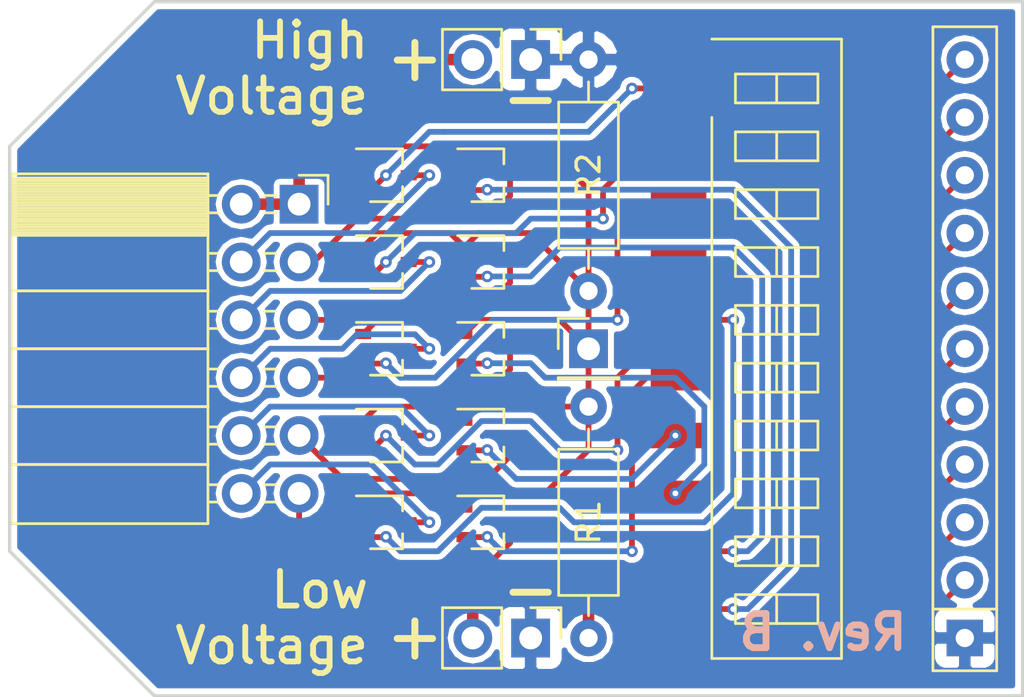
<source format=kicad_pcb>
(kicad_pcb (version 4) (host pcbnew 4.0.6)

  (general
    (links 48)
    (no_connects 0)
    (area 131.369999 95.174999 175.970001 125.805001)
    (thickness 1.6)
    (drawings 15)
    (tracks 230)
    (zones 0)
    (modules 18)
    (nets 35)
  )

  (page A4)
  (layers
    (0 F.Cu jumper)
    (31 B.Cu signal)
    (36 B.SilkS user)
    (37 F.SilkS user)
    (38 B.Mask user)
    (39 F.Mask user)
    (44 Edge.Cuts user)
  )

  (setup
    (last_trace_width 0.254)
    (trace_clearance 0.1524)
    (zone_clearance 0.254)
    (zone_45_only no)
    (trace_min 0.1524)
    (segment_width 0.2)
    (edge_width 0.15)
    (via_size 0.508)
    (via_drill 0.254)
    (via_min_size 0.508)
    (via_min_drill 0.254)
    (uvia_size 0.254)
    (uvia_drill 0.127)
    (uvias_allowed no)
    (uvia_min_size 0.254)
    (uvia_min_drill 0.127)
    (pcb_text_width 0.3)
    (pcb_text_size 1.5 1.5)
    (mod_edge_width 0.15)
    (mod_text_size 1 1)
    (mod_text_width 0.15)
    (pad_size 1.7 1.7)
    (pad_drill 1)
    (pad_to_mask_clearance 0.2)
    (aux_axis_origin 0 0)
    (visible_elements 7FFFFF7F)
    (pcbplotparams
      (layerselection 0x00030_80000001)
      (usegerberextensions false)
      (excludeedgelayer false)
      (linewidth 0.100000)
      (plotframeref false)
      (viasonmask false)
      (mode 1)
      (useauxorigin false)
      (hpglpennumber 1)
      (hpglpenspeed 20)
      (hpglpendiameter 15)
      (hpglpenoverlay 2)
      (psnegative false)
      (psa4output false)
      (plotreference true)
      (plotvalue true)
      (plotinvisibletext false)
      (padsonsilk false)
      (subtractmaskfromsilk false)
      (outputformat 4)
      (mirror false)
      (drillshape 0)
      (scaleselection 1)
      (outputdirectory ""))
  )

  (net 0 "")
  (net 1 "Net-(J1-Pad1)")
  (net 2 "Net-(J1-Pad3)")
  (net 3 "Net-(J1-Pad4)")
  (net 4 "Net-(J1-Pad5)")
  (net 5 "Net-(J1-Pad6)")
  (net 6 "Net-(J1-Pad7)")
  (net 7 "Net-(J1-Pad8)")
  (net 8 "Net-(J1-Pad9)")
  (net 9 "Net-(J1-Pad10)")
  (net 10 "Net-(J1-Pad11)")
  (net 11 "Net-(J1-Pad12)")
  (net 12 GND)
  (net 13 "Net-(J2-Pad2)")
  (net 14 "Net-(J4-Pad1)")
  (net 15 "Net-(RN1-Pad2)")
  (net 16 "Net-(RN1-Pad3)")
  (net 17 "Net-(RN1-Pad4)")
  (net 18 "Net-(RN1-Pad5)")
  (net 19 "Net-(RN1-Pad6)")
  (net 20 "Net-(RN1-Pad7)")
  (net 21 "Net-(RN1-Pad8)")
  (net 22 "Net-(RN1-Pad9)")
  (net 23 "Net-(RN1-Pad10)")
  (net 24 "Net-(RN1-Pad11)")
  (net 25 "Net-(Q1-Pad2)")
  (net 26 "Net-(Q2-Pad2)")
  (net 27 "Net-(Q3-Pad2)")
  (net 28 "Net-(Q4-Pad2)")
  (net 29 "Net-(Q5-Pad2)")
  (net 30 "Net-(Q6-Pad2)")
  (net 31 "Net-(Q7-Pad2)")
  (net 32 "Net-(Q8-Pad2)")
  (net 33 "Net-(Q9-Pad2)")
  (net 34 "Net-(Q10-Pad2)")

  (net_class Default "This is the default net class."
    (clearance 0.1524)
    (trace_width 0.254)
    (via_dia 0.508)
    (via_drill 0.254)
    (uvia_dia 0.254)
    (uvia_drill 0.127)
    (add_net GND)
    (add_net "Net-(J1-Pad1)")
    (add_net "Net-(J1-Pad10)")
    (add_net "Net-(J1-Pad11)")
    (add_net "Net-(J1-Pad12)")
    (add_net "Net-(J1-Pad3)")
    (add_net "Net-(J1-Pad4)")
    (add_net "Net-(J1-Pad5)")
    (add_net "Net-(J1-Pad6)")
    (add_net "Net-(J1-Pad7)")
    (add_net "Net-(J1-Pad8)")
    (add_net "Net-(J1-Pad9)")
    (add_net "Net-(J2-Pad2)")
    (add_net "Net-(J4-Pad1)")
    (add_net "Net-(Q1-Pad2)")
    (add_net "Net-(Q10-Pad2)")
    (add_net "Net-(Q2-Pad2)")
    (add_net "Net-(Q3-Pad2)")
    (add_net "Net-(Q4-Pad2)")
    (add_net "Net-(Q5-Pad2)")
    (add_net "Net-(Q6-Pad2)")
    (add_net "Net-(Q7-Pad2)")
    (add_net "Net-(Q8-Pad2)")
    (add_net "Net-(Q9-Pad2)")
    (add_net "Net-(RN1-Pad10)")
    (add_net "Net-(RN1-Pad11)")
    (add_net "Net-(RN1-Pad2)")
    (add_net "Net-(RN1-Pad3)")
    (add_net "Net-(RN1-Pad4)")
    (add_net "Net-(RN1-Pad5)")
    (add_net "Net-(RN1-Pad6)")
    (add_net "Net-(RN1-Pad7)")
    (add_net "Net-(RN1-Pad8)")
    (add_net "Net-(RN1-Pad9)")
  )

  (net_class Power ""
    (clearance 0.1524)
    (trace_width 0.508)
    (via_dia 0.508)
    (via_drill 0.254)
    (uvia_dia 0.254)
    (uvia_drill 0.127)
  )

  (module Buttons_Switches_SMD:SW_DIP_x10_W8.61mm_Slide_LowProfile (layer F.Cu) (tedit 5913EB0E) (tstamp 5913EB2E)
    (at 165.1 110.49)
    (descr "10x-dip-switch, Slide, row spacing 8.61 mm (338 mils), SMD, LowProfile")
    (tags "DIP Switch Slide 8.61mm 338mil SMD LowProfile")
    (path /591454C6)
    (attr smd)
    (fp_text reference S1 (at 0 -14.6) (layer F.SilkS) hide
      (effects (font (size 1 1) (thickness 0.15)))
    )
    (fp_text value DIP_SW_10 (at 0 14.6) (layer F.Fab) hide
      (effects (font (size 1 1) (thickness 0.15)))
    )
    (fp_line (start -2.34 -13.48) (end 3.34 -13.48) (layer F.Fab) (width 0.1))
    (fp_line (start 3.34 -13.48) (end 3.34 13.48) (layer F.Fab) (width 0.1))
    (fp_line (start 3.34 13.48) (end -3.34 13.48) (layer F.Fab) (width 0.1))
    (fp_line (start -3.34 13.48) (end -3.34 -12.48) (layer F.Fab) (width 0.1))
    (fp_line (start -3.34 -12.48) (end -2.34 -13.48) (layer F.Fab) (width 0.1))
    (fp_line (start -1.81 -12.065) (end -1.81 -10.795) (layer F.Fab) (width 0.1))
    (fp_line (start -1.81 -10.795) (end 1.81 -10.795) (layer F.Fab) (width 0.1))
    (fp_line (start 1.81 -10.795) (end 1.81 -12.065) (layer F.Fab) (width 0.1))
    (fp_line (start 1.81 -12.065) (end -1.81 -12.065) (layer F.Fab) (width 0.1))
    (fp_line (start 0 -12.065) (end 0 -10.795) (layer F.Fab) (width 0.1))
    (fp_line (start -1.81 -9.525) (end -1.81 -8.255) (layer F.Fab) (width 0.1))
    (fp_line (start -1.81 -8.255) (end 1.81 -8.255) (layer F.Fab) (width 0.1))
    (fp_line (start 1.81 -8.255) (end 1.81 -9.525) (layer F.Fab) (width 0.1))
    (fp_line (start 1.81 -9.525) (end -1.81 -9.525) (layer F.Fab) (width 0.1))
    (fp_line (start 0 -9.525) (end 0 -8.255) (layer F.Fab) (width 0.1))
    (fp_line (start -1.81 -6.985) (end -1.81 -5.715) (layer F.Fab) (width 0.1))
    (fp_line (start -1.81 -5.715) (end 1.81 -5.715) (layer F.Fab) (width 0.1))
    (fp_line (start 1.81 -5.715) (end 1.81 -6.985) (layer F.Fab) (width 0.1))
    (fp_line (start 1.81 -6.985) (end -1.81 -6.985) (layer F.Fab) (width 0.1))
    (fp_line (start 0 -6.985) (end 0 -5.715) (layer F.Fab) (width 0.1))
    (fp_line (start -1.81 -4.445) (end -1.81 -3.175) (layer F.Fab) (width 0.1))
    (fp_line (start -1.81 -3.175) (end 1.81 -3.175) (layer F.Fab) (width 0.1))
    (fp_line (start 1.81 -3.175) (end 1.81 -4.445) (layer F.Fab) (width 0.1))
    (fp_line (start 1.81 -4.445) (end -1.81 -4.445) (layer F.Fab) (width 0.1))
    (fp_line (start 0 -4.445) (end 0 -3.175) (layer F.Fab) (width 0.1))
    (fp_line (start -1.81 -1.905) (end -1.81 -0.635) (layer F.Fab) (width 0.1))
    (fp_line (start -1.81 -0.635) (end 1.81 -0.635) (layer F.Fab) (width 0.1))
    (fp_line (start 1.81 -0.635) (end 1.81 -1.905) (layer F.Fab) (width 0.1))
    (fp_line (start 1.81 -1.905) (end -1.81 -1.905) (layer F.Fab) (width 0.1))
    (fp_line (start 0 -1.905) (end 0 -0.635) (layer F.Fab) (width 0.1))
    (fp_line (start -1.81 0.635) (end -1.81 1.905) (layer F.Fab) (width 0.1))
    (fp_line (start -1.81 1.905) (end 1.81 1.905) (layer F.Fab) (width 0.1))
    (fp_line (start 1.81 1.905) (end 1.81 0.635) (layer F.Fab) (width 0.1))
    (fp_line (start 1.81 0.635) (end -1.81 0.635) (layer F.Fab) (width 0.1))
    (fp_line (start 0 0.635) (end 0 1.905) (layer F.Fab) (width 0.1))
    (fp_line (start -1.81 3.175) (end -1.81 4.445) (layer F.Fab) (width 0.1))
    (fp_line (start -1.81 4.445) (end 1.81 4.445) (layer F.Fab) (width 0.1))
    (fp_line (start 1.81 4.445) (end 1.81 3.175) (layer F.Fab) (width 0.1))
    (fp_line (start 1.81 3.175) (end -1.81 3.175) (layer F.Fab) (width 0.1))
    (fp_line (start 0 3.175) (end 0 4.445) (layer F.Fab) (width 0.1))
    (fp_line (start -1.81 5.715) (end -1.81 6.985) (layer F.Fab) (width 0.1))
    (fp_line (start -1.81 6.985) (end 1.81 6.985) (layer F.Fab) (width 0.1))
    (fp_line (start 1.81 6.985) (end 1.81 5.715) (layer F.Fab) (width 0.1))
    (fp_line (start 1.81 5.715) (end -1.81 5.715) (layer F.Fab) (width 0.1))
    (fp_line (start 0 5.715) (end 0 6.985) (layer F.Fab) (width 0.1))
    (fp_line (start -1.81 8.255) (end -1.81 9.525) (layer F.Fab) (width 0.1))
    (fp_line (start -1.81 9.525) (end 1.81 9.525) (layer F.Fab) (width 0.1))
    (fp_line (start 1.81 9.525) (end 1.81 8.255) (layer F.Fab) (width 0.1))
    (fp_line (start 1.81 8.255) (end -1.81 8.255) (layer F.Fab) (width 0.1))
    (fp_line (start 0 8.255) (end 0 9.525) (layer F.Fab) (width 0.1))
    (fp_line (start -1.81 10.795) (end -1.81 12.065) (layer F.Fab) (width 0.1))
    (fp_line (start -1.81 12.065) (end 1.81 12.065) (layer F.Fab) (width 0.1))
    (fp_line (start 1.81 12.065) (end 1.81 10.795) (layer F.Fab) (width 0.1))
    (fp_line (start 1.81 10.795) (end -1.81 10.795) (layer F.Fab) (width 0.1))
    (fp_line (start 0 10.795) (end 0 12.065) (layer F.Fab) (width 0.1))
    (fp_line (start -2.845 -13.6) (end 2.845 -13.6) (layer F.SilkS) (width 0.12))
    (fp_line (start 2.845 -13.6) (end 2.845 13.6) (layer F.SilkS) (width 0.12))
    (fp_line (start 2.845 13.6) (end -2.845 13.6) (layer F.SilkS) (width 0.12))
    (fp_line (start -2.845 13.6) (end -2.845 -10.16) (layer F.SilkS) (width 0.12))
    (fp_line (start -1.81 -12.065) (end -1.81 -10.795) (layer F.SilkS) (width 0.12))
    (fp_line (start -1.81 -10.795) (end 1.81 -10.795) (layer F.SilkS) (width 0.12))
    (fp_line (start 1.81 -10.795) (end 1.81 -12.065) (layer F.SilkS) (width 0.12))
    (fp_line (start 1.81 -12.065) (end -1.81 -12.065) (layer F.SilkS) (width 0.12))
    (fp_line (start 0 -12.065) (end 0 -10.795) (layer F.SilkS) (width 0.12))
    (fp_line (start -1.81 -9.525) (end -1.81 -8.255) (layer F.SilkS) (width 0.12))
    (fp_line (start -1.81 -8.255) (end 1.81 -8.255) (layer F.SilkS) (width 0.12))
    (fp_line (start 1.81 -8.255) (end 1.81 -9.525) (layer F.SilkS) (width 0.12))
    (fp_line (start 1.81 -9.525) (end -1.81 -9.525) (layer F.SilkS) (width 0.12))
    (fp_line (start 0 -9.525) (end 0 -8.255) (layer F.SilkS) (width 0.12))
    (fp_line (start -1.81 -6.985) (end -1.81 -5.715) (layer F.SilkS) (width 0.12))
    (fp_line (start -1.81 -5.715) (end 1.81 -5.715) (layer F.SilkS) (width 0.12))
    (fp_line (start 1.81 -5.715) (end 1.81 -6.985) (layer F.SilkS) (width 0.12))
    (fp_line (start 1.81 -6.985) (end -1.81 -6.985) (layer F.SilkS) (width 0.12))
    (fp_line (start 0 -6.985) (end 0 -5.715) (layer F.SilkS) (width 0.12))
    (fp_line (start -1.81 -4.445) (end -1.81 -3.175) (layer F.SilkS) (width 0.12))
    (fp_line (start -1.81 -3.175) (end 1.81 -3.175) (layer F.SilkS) (width 0.12))
    (fp_line (start 1.81 -3.175) (end 1.81 -4.445) (layer F.SilkS) (width 0.12))
    (fp_line (start 1.81 -4.445) (end -1.81 -4.445) (layer F.SilkS) (width 0.12))
    (fp_line (start 0 -4.445) (end 0 -3.175) (layer F.SilkS) (width 0.12))
    (fp_line (start -1.81 -1.905) (end -1.81 -0.635) (layer F.SilkS) (width 0.12))
    (fp_line (start -1.81 -0.635) (end 1.81 -0.635) (layer F.SilkS) (width 0.12))
    (fp_line (start 1.81 -0.635) (end 1.81 -1.905) (layer F.SilkS) (width 0.12))
    (fp_line (start 1.81 -1.905) (end -1.81 -1.905) (layer F.SilkS) (width 0.12))
    (fp_line (start 0 -1.905) (end 0 -0.635) (layer F.SilkS) (width 0.12))
    (fp_line (start -1.81 0.635) (end -1.81 1.905) (layer F.SilkS) (width 0.12))
    (fp_line (start -1.81 1.905) (end 1.81 1.905) (layer F.SilkS) (width 0.12))
    (fp_line (start 1.81 1.905) (end 1.81 0.635) (layer F.SilkS) (width 0.12))
    (fp_line (start 1.81 0.635) (end -1.81 0.635) (layer F.SilkS) (width 0.12))
    (fp_line (start 0 0.635) (end 0 1.905) (layer F.SilkS) (width 0.12))
    (fp_line (start -1.81 3.175) (end -1.81 4.445) (layer F.SilkS) (width 0.12))
    (fp_line (start -1.81 4.445) (end 1.81 4.445) (layer F.SilkS) (width 0.12))
    (fp_line (start 1.81 4.445) (end 1.81 3.175) (layer F.SilkS) (width 0.12))
    (fp_line (start 1.81 3.175) (end -1.81 3.175) (layer F.SilkS) (width 0.12))
    (fp_line (start 0 3.175) (end 0 4.445) (layer F.SilkS) (width 0.12))
    (fp_line (start -1.81 5.715) (end -1.81 6.985) (layer F.SilkS) (width 0.12))
    (fp_line (start -1.81 6.985) (end 1.81 6.985) (layer F.SilkS) (width 0.12))
    (fp_line (start 1.81 6.985) (end 1.81 5.715) (layer F.SilkS) (width 0.12))
    (fp_line (start 1.81 5.715) (end -1.81 5.715) (layer F.SilkS) (width 0.12))
    (fp_line (start 0 5.715) (end 0 6.985) (layer F.SilkS) (width 0.12))
    (fp_line (start -1.81 8.255) (end -1.81 9.525) (layer F.SilkS) (width 0.12))
    (fp_line (start -1.81 9.525) (end 1.81 9.525) (layer F.SilkS) (width 0.12))
    (fp_line (start 1.81 9.525) (end 1.81 8.255) (layer F.SilkS) (width 0.12))
    (fp_line (start 1.81 8.255) (end -1.81 8.255) (layer F.SilkS) (width 0.12))
    (fp_line (start 0 8.255) (end 0 9.525) (layer F.SilkS) (width 0.12))
    (fp_line (start -1.81 10.795) (end -1.81 12.065) (layer F.SilkS) (width 0.12))
    (fp_line (start -1.81 12.065) (end 1.81 12.065) (layer F.SilkS) (width 0.12))
    (fp_line (start 1.81 12.065) (end 1.81 10.795) (layer F.SilkS) (width 0.12))
    (fp_line (start 1.81 10.795) (end -1.81 10.795) (layer F.SilkS) (width 0.12))
    (fp_line (start 0 10.795) (end 0 12.065) (layer F.SilkS) (width 0.12))
    (fp_line (start -5.8 -13.9) (end -5.8 13.9) (layer F.CrtYd) (width 0.05))
    (fp_line (start -5.8 13.9) (end 5.8 13.9) (layer F.CrtYd) (width 0.05))
    (fp_line (start 5.8 13.9) (end 5.8 -13.9) (layer F.CrtYd) (width 0.05))
    (fp_line (start 5.8 -13.9) (end -5.8 -13.9) (layer F.CrtYd) (width 0.05))
    (pad 1 smd rect (at -4.305 -11.43) (size 2.44 1.12) (layers F.Cu F.Mask)
      (net 30 "Net-(Q6-Pad2)"))
    (pad 11 smd rect (at 4.305 11.43) (size 2.44 1.12) (layers F.Cu F.Mask)
      (net 15 "Net-(RN1-Pad2)"))
    (pad 2 smd rect (at -4.305 -8.89) (size 2.44 1.12) (layers F.Cu F.Mask)
      (net 31 "Net-(Q7-Pad2)"))
    (pad 12 smd rect (at 4.305 8.89) (size 2.44 1.12) (layers F.Cu F.Mask)
      (net 16 "Net-(RN1-Pad3)"))
    (pad 3 smd rect (at -4.305 -6.35) (size 2.44 1.12) (layers F.Cu F.Mask)
      (net 32 "Net-(Q8-Pad2)"))
    (pad 13 smd rect (at 4.305 6.35) (size 2.44 1.12) (layers F.Cu F.Mask)
      (net 17 "Net-(RN1-Pad4)"))
    (pad 4 smd rect (at -4.305 -3.81) (size 2.44 1.12) (layers F.Cu F.Mask)
      (net 33 "Net-(Q9-Pad2)"))
    (pad 14 smd rect (at 4.305 3.81) (size 2.44 1.12) (layers F.Cu F.Mask)
      (net 18 "Net-(RN1-Pad5)"))
    (pad 5 smd rect (at -4.305 -1.27) (size 2.44 1.12) (layers F.Cu F.Mask)
      (net 34 "Net-(Q10-Pad2)"))
    (pad 15 smd rect (at 4.305 1.27) (size 2.44 1.12) (layers F.Cu F.Mask)
      (net 19 "Net-(RN1-Pad6)"))
    (pad 6 smd rect (at -4.305 1.27) (size 2.44 1.12) (layers F.Cu F.Mask)
      (net 29 "Net-(Q5-Pad2)"))
    (pad 16 smd rect (at 4.305 -1.27) (size 2.44 1.12) (layers F.Cu F.Mask)
      (net 20 "Net-(RN1-Pad7)"))
    (pad 7 smd rect (at -4.305 3.81) (size 2.44 1.12) (layers F.Cu F.Mask)
      (net 28 "Net-(Q4-Pad2)"))
    (pad 17 smd rect (at 4.305 -3.81) (size 2.44 1.12) (layers F.Cu F.Mask)
      (net 21 "Net-(RN1-Pad8)"))
    (pad 8 smd rect (at -4.305 6.35) (size 2.44 1.12) (layers F.Cu F.Mask)
      (net 27 "Net-(Q3-Pad2)"))
    (pad 18 smd rect (at 4.305 -6.35) (size 2.44 1.12) (layers F.Cu F.Mask)
      (net 22 "Net-(RN1-Pad9)"))
    (pad 9 smd rect (at -4.305 8.89) (size 2.44 1.12) (layers F.Cu F.Mask)
      (net 26 "Net-(Q2-Pad2)"))
    (pad 19 smd rect (at 4.305 -8.89) (size 2.44 1.12) (layers F.Cu F.Mask)
      (net 23 "Net-(RN1-Pad10)"))
    (pad 10 smd rect (at -4.305 11.43) (size 2.44 1.12) (layers F.Cu F.Mask)
      (net 25 "Net-(Q1-Pad2)"))
    (pad 20 smd rect (at 4.305 -11.43) (size 2.44 1.12) (layers F.Cu F.Mask)
      (net 24 "Net-(RN1-Pad11)"))
    (model Buttons_Switches.3dshapes/SW_DIP_x10_W8.61mm_Slide_LowProfile.wrl
      (at (xyz 0 0 0))
      (scale (xyz 1 1 1))
      (rotate (xyz 0 0 90))
    )
  )

  (module Socket_Strips:Socket_Strip_Angled_2x06_Pitch2.54mm (layer F.Cu) (tedit 5913E685) (tstamp 5913E57F)
    (at 144.145 104.14)
    (descr "Through hole angled socket strip, 2x06, 2.54mm pitch, 8.51mm socket length, double rows")
    (tags "Through hole angled socket strip THT 2x06 2.54mm double row")
    (path /5913CC3C)
    (fp_text reference J1 (at -5.65 -2.27) (layer F.SilkS) hide
      (effects (font (size 1 1) (thickness 0.15)))
    )
    (fp_text value CONN_NIXIE (at -5.65 14.97) (layer F.Fab) hide
      (effects (font (size 1 1) (thickness 0.15)))
    )
    (fp_line (start -4.06 -1.27) (end -4.06 1.27) (layer F.Fab) (width 0.1))
    (fp_line (start -4.06 1.27) (end -12.57 1.27) (layer F.Fab) (width 0.1))
    (fp_line (start -12.57 1.27) (end -12.57 -1.27) (layer F.Fab) (width 0.1))
    (fp_line (start -12.57 -1.27) (end -4.06 -1.27) (layer F.Fab) (width 0.1))
    (fp_line (start 0 -0.32) (end 0 0.32) (layer F.Fab) (width 0.1))
    (fp_line (start 0 0.32) (end -4.06 0.32) (layer F.Fab) (width 0.1))
    (fp_line (start -4.06 0.32) (end -4.06 -0.32) (layer F.Fab) (width 0.1))
    (fp_line (start -4.06 -0.32) (end 0 -0.32) (layer F.Fab) (width 0.1))
    (fp_line (start -4.06 1.27) (end -4.06 3.81) (layer F.Fab) (width 0.1))
    (fp_line (start -4.06 3.81) (end -12.57 3.81) (layer F.Fab) (width 0.1))
    (fp_line (start -12.57 3.81) (end -12.57 1.27) (layer F.Fab) (width 0.1))
    (fp_line (start -12.57 1.27) (end -4.06 1.27) (layer F.Fab) (width 0.1))
    (fp_line (start 0 2.22) (end 0 2.86) (layer F.Fab) (width 0.1))
    (fp_line (start 0 2.86) (end -4.06 2.86) (layer F.Fab) (width 0.1))
    (fp_line (start -4.06 2.86) (end -4.06 2.22) (layer F.Fab) (width 0.1))
    (fp_line (start -4.06 2.22) (end 0 2.22) (layer F.Fab) (width 0.1))
    (fp_line (start -4.06 3.81) (end -4.06 6.35) (layer F.Fab) (width 0.1))
    (fp_line (start -4.06 6.35) (end -12.57 6.35) (layer F.Fab) (width 0.1))
    (fp_line (start -12.57 6.35) (end -12.57 3.81) (layer F.Fab) (width 0.1))
    (fp_line (start -12.57 3.81) (end -4.06 3.81) (layer F.Fab) (width 0.1))
    (fp_line (start 0 4.76) (end 0 5.4) (layer F.Fab) (width 0.1))
    (fp_line (start 0 5.4) (end -4.06 5.4) (layer F.Fab) (width 0.1))
    (fp_line (start -4.06 5.4) (end -4.06 4.76) (layer F.Fab) (width 0.1))
    (fp_line (start -4.06 4.76) (end 0 4.76) (layer F.Fab) (width 0.1))
    (fp_line (start -4.06 6.35) (end -4.06 8.89) (layer F.Fab) (width 0.1))
    (fp_line (start -4.06 8.89) (end -12.57 8.89) (layer F.Fab) (width 0.1))
    (fp_line (start -12.57 8.89) (end -12.57 6.35) (layer F.Fab) (width 0.1))
    (fp_line (start -12.57 6.35) (end -4.06 6.35) (layer F.Fab) (width 0.1))
    (fp_line (start 0 7.3) (end 0 7.94) (layer F.Fab) (width 0.1))
    (fp_line (start 0 7.94) (end -4.06 7.94) (layer F.Fab) (width 0.1))
    (fp_line (start -4.06 7.94) (end -4.06 7.3) (layer F.Fab) (width 0.1))
    (fp_line (start -4.06 7.3) (end 0 7.3) (layer F.Fab) (width 0.1))
    (fp_line (start -4.06 8.89) (end -4.06 11.43) (layer F.Fab) (width 0.1))
    (fp_line (start -4.06 11.43) (end -12.57 11.43) (layer F.Fab) (width 0.1))
    (fp_line (start -12.57 11.43) (end -12.57 8.89) (layer F.Fab) (width 0.1))
    (fp_line (start -12.57 8.89) (end -4.06 8.89) (layer F.Fab) (width 0.1))
    (fp_line (start 0 9.84) (end 0 10.48) (layer F.Fab) (width 0.1))
    (fp_line (start 0 10.48) (end -4.06 10.48) (layer F.Fab) (width 0.1))
    (fp_line (start -4.06 10.48) (end -4.06 9.84) (layer F.Fab) (width 0.1))
    (fp_line (start -4.06 9.84) (end 0 9.84) (layer F.Fab) (width 0.1))
    (fp_line (start -4.06 11.43) (end -4.06 13.97) (layer F.Fab) (width 0.1))
    (fp_line (start -4.06 13.97) (end -12.57 13.97) (layer F.Fab) (width 0.1))
    (fp_line (start -12.57 13.97) (end -12.57 11.43) (layer F.Fab) (width 0.1))
    (fp_line (start -12.57 11.43) (end -4.06 11.43) (layer F.Fab) (width 0.1))
    (fp_line (start 0 12.38) (end 0 13.02) (layer F.Fab) (width 0.1))
    (fp_line (start 0 13.02) (end -4.06 13.02) (layer F.Fab) (width 0.1))
    (fp_line (start -4.06 13.02) (end -4.06 12.38) (layer F.Fab) (width 0.1))
    (fp_line (start -4.06 12.38) (end 0 12.38) (layer F.Fab) (width 0.1))
    (fp_line (start -4 -1.33) (end -4 1.27) (layer F.SilkS) (width 0.12))
    (fp_line (start -4 1.27) (end -12.63 1.27) (layer F.SilkS) (width 0.12))
    (fp_line (start -12.63 1.27) (end -12.63 -1.33) (layer F.SilkS) (width 0.12))
    (fp_line (start -12.63 -1.33) (end -4 -1.33) (layer F.SilkS) (width 0.12))
    (fp_line (start -3.57 -0.38) (end -4 -0.38) (layer F.SilkS) (width 0.12))
    (fp_line (start -3.57 0.38) (end -4 0.38) (layer F.SilkS) (width 0.12))
    (fp_line (start -1.03 -0.38) (end -1.51 -0.38) (layer F.SilkS) (width 0.12))
    (fp_line (start -1.03 0.38) (end -1.51 0.38) (layer F.SilkS) (width 0.12))
    (fp_line (start -4 -1.15) (end -12.63 -1.15) (layer F.SilkS) (width 0.12))
    (fp_line (start -4 -1.03) (end -12.63 -1.03) (layer F.SilkS) (width 0.12))
    (fp_line (start -4 -0.91) (end -12.63 -0.91) (layer F.SilkS) (width 0.12))
    (fp_line (start -4 -0.79) (end -12.63 -0.79) (layer F.SilkS) (width 0.12))
    (fp_line (start -4 -0.67) (end -12.63 -0.67) (layer F.SilkS) (width 0.12))
    (fp_line (start -4 -0.55) (end -12.63 -0.55) (layer F.SilkS) (width 0.12))
    (fp_line (start -4 -0.43) (end -12.63 -0.43) (layer F.SilkS) (width 0.12))
    (fp_line (start -4 -0.31) (end -12.63 -0.31) (layer F.SilkS) (width 0.12))
    (fp_line (start -4 -0.19) (end -12.63 -0.19) (layer F.SilkS) (width 0.12))
    (fp_line (start -4 -0.07) (end -12.63 -0.07) (layer F.SilkS) (width 0.12))
    (fp_line (start -4 0.05) (end -12.63 0.05) (layer F.SilkS) (width 0.12))
    (fp_line (start -4 0.17) (end -12.63 0.17) (layer F.SilkS) (width 0.12))
    (fp_line (start -4 0.29) (end -12.63 0.29) (layer F.SilkS) (width 0.12))
    (fp_line (start -4 0.41) (end -12.63 0.41) (layer F.SilkS) (width 0.12))
    (fp_line (start -4 0.53) (end -12.63 0.53) (layer F.SilkS) (width 0.12))
    (fp_line (start -4 0.65) (end -12.63 0.65) (layer F.SilkS) (width 0.12))
    (fp_line (start -4 0.77) (end -12.63 0.77) (layer F.SilkS) (width 0.12))
    (fp_line (start -4 0.89) (end -12.63 0.89) (layer F.SilkS) (width 0.12))
    (fp_line (start -4 1.01) (end -12.63 1.01) (layer F.SilkS) (width 0.12))
    (fp_line (start -4 1.13) (end -12.63 1.13) (layer F.SilkS) (width 0.12))
    (fp_line (start -4 1.25) (end -12.63 1.25) (layer F.SilkS) (width 0.12))
    (fp_line (start -4 1.37) (end -12.63 1.37) (layer F.SilkS) (width 0.12))
    (fp_line (start -4 1.27) (end -4 3.81) (layer F.SilkS) (width 0.12))
    (fp_line (start -4 3.81) (end -12.63 3.81) (layer F.SilkS) (width 0.12))
    (fp_line (start -12.63 3.81) (end -12.63 1.27) (layer F.SilkS) (width 0.12))
    (fp_line (start -12.63 1.27) (end -4 1.27) (layer F.SilkS) (width 0.12))
    (fp_line (start -3.57 2.16) (end -4 2.16) (layer F.SilkS) (width 0.12))
    (fp_line (start -3.57 2.92) (end -4 2.92) (layer F.SilkS) (width 0.12))
    (fp_line (start -1.03 2.16) (end -1.51 2.16) (layer F.SilkS) (width 0.12))
    (fp_line (start -1.03 2.92) (end -1.51 2.92) (layer F.SilkS) (width 0.12))
    (fp_line (start -4 3.81) (end -4 6.35) (layer F.SilkS) (width 0.12))
    (fp_line (start -4 6.35) (end -12.63 6.35) (layer F.SilkS) (width 0.12))
    (fp_line (start -12.63 6.35) (end -12.63 3.81) (layer F.SilkS) (width 0.12))
    (fp_line (start -12.63 3.81) (end -4 3.81) (layer F.SilkS) (width 0.12))
    (fp_line (start -3.57 4.7) (end -4 4.7) (layer F.SilkS) (width 0.12))
    (fp_line (start -3.57 5.46) (end -4 5.46) (layer F.SilkS) (width 0.12))
    (fp_line (start -1.03 4.7) (end -1.51 4.7) (layer F.SilkS) (width 0.12))
    (fp_line (start -1.03 5.46) (end -1.51 5.46) (layer F.SilkS) (width 0.12))
    (fp_line (start -4 6.35) (end -4 8.89) (layer F.SilkS) (width 0.12))
    (fp_line (start -4 8.89) (end -12.63 8.89) (layer F.SilkS) (width 0.12))
    (fp_line (start -12.63 8.89) (end -12.63 6.35) (layer F.SilkS) (width 0.12))
    (fp_line (start -12.63 6.35) (end -4 6.35) (layer F.SilkS) (width 0.12))
    (fp_line (start -3.57 7.24) (end -4 7.24) (layer F.SilkS) (width 0.12))
    (fp_line (start -3.57 8) (end -4 8) (layer F.SilkS) (width 0.12))
    (fp_line (start -1.03 7.24) (end -1.51 7.24) (layer F.SilkS) (width 0.12))
    (fp_line (start -1.03 8) (end -1.51 8) (layer F.SilkS) (width 0.12))
    (fp_line (start -4 8.89) (end -4 11.43) (layer F.SilkS) (width 0.12))
    (fp_line (start -4 11.43) (end -12.63 11.43) (layer F.SilkS) (width 0.12))
    (fp_line (start -12.63 11.43) (end -12.63 8.89) (layer F.SilkS) (width 0.12))
    (fp_line (start -12.63 8.89) (end -4 8.89) (layer F.SilkS) (width 0.12))
    (fp_line (start -3.57 9.78) (end -4 9.78) (layer F.SilkS) (width 0.12))
    (fp_line (start -3.57 10.54) (end -4 10.54) (layer F.SilkS) (width 0.12))
    (fp_line (start -1.03 9.78) (end -1.51 9.78) (layer F.SilkS) (width 0.12))
    (fp_line (start -1.03 10.54) (end -1.51 10.54) (layer F.SilkS) (width 0.12))
    (fp_line (start -4 11.43) (end -4 14.03) (layer F.SilkS) (width 0.12))
    (fp_line (start -4 14.03) (end -12.63 14.03) (layer F.SilkS) (width 0.12))
    (fp_line (start -12.63 14.03) (end -12.63 11.43) (layer F.SilkS) (width 0.12))
    (fp_line (start -12.63 11.43) (end -4 11.43) (layer F.SilkS) (width 0.12))
    (fp_line (start -3.57 12.32) (end -4 12.32) (layer F.SilkS) (width 0.12))
    (fp_line (start -3.57 13.08) (end -4 13.08) (layer F.SilkS) (width 0.12))
    (fp_line (start -1.03 12.32) (end -1.51 12.32) (layer F.SilkS) (width 0.12))
    (fp_line (start -1.03 13.08) (end -1.51 13.08) (layer F.SilkS) (width 0.12))
    (fp_line (start 0 -1.27) (end 1.27 -1.27) (layer F.SilkS) (width 0.12))
    (fp_line (start 1.27 -1.27) (end 1.27 0) (layer F.SilkS) (width 0.12))
    (fp_line (start 1.8 -1.8) (end 1.8 14.5) (layer F.CrtYd) (width 0.05))
    (fp_line (start 1.8 14.5) (end -13.1 14.5) (layer F.CrtYd) (width 0.05))
    (fp_line (start -13.1 14.5) (end -13.1 -1.8) (layer F.CrtYd) (width 0.05))
    (fp_line (start -13.1 -1.8) (end 1.8 -1.8) (layer F.CrtYd) (width 0.05))
    (fp_text user %R (at -5.65 -2.27) (layer F.Fab)
      (effects (font (size 1 1) (thickness 0.15)))
    )
    (pad 1 thru_hole rect (at 0 0) (size 1.7 1.7) (drill 1) (layers *.Cu *.Mask)
      (net 1 "Net-(J1-Pad1)"))
    (pad 2 thru_hole oval (at -2.54 0) (size 1.7 1.7) (drill 1) (layers *.Cu *.Mask)
      (net 1 "Net-(J1-Pad1)"))
    (pad 3 thru_hole oval (at 0 2.54) (size 1.7 1.7) (drill 1) (layers *.Cu *.Mask)
      (net 2 "Net-(J1-Pad3)"))
    (pad 4 thru_hole oval (at -2.54 2.54) (size 1.7 1.7) (drill 1) (layers *.Cu *.Mask)
      (net 3 "Net-(J1-Pad4)"))
    (pad 5 thru_hole oval (at 0 5.08) (size 1.7 1.7) (drill 1) (layers *.Cu *.Mask)
      (net 4 "Net-(J1-Pad5)"))
    (pad 6 thru_hole oval (at -2.54 5.08) (size 1.7 1.7) (drill 1) (layers *.Cu *.Mask)
      (net 5 "Net-(J1-Pad6)"))
    (pad 7 thru_hole oval (at 0 7.62) (size 1.7 1.7) (drill 1) (layers *.Cu *.Mask)
      (net 6 "Net-(J1-Pad7)"))
    (pad 8 thru_hole oval (at -2.54 7.62) (size 1.7 1.7) (drill 1) (layers *.Cu *.Mask)
      (net 7 "Net-(J1-Pad8)"))
    (pad 9 thru_hole oval (at 0 10.16) (size 1.7 1.7) (drill 1) (layers *.Cu *.Mask)
      (net 8 "Net-(J1-Pad9)"))
    (pad 10 thru_hole oval (at -2.54 10.16) (size 1.7 1.7) (drill 1) (layers *.Cu *.Mask)
      (net 9 "Net-(J1-Pad10)"))
    (pad 11 thru_hole oval (at 0 12.7) (size 1.7 1.7) (drill 1) (layers *.Cu *.Mask)
      (net 10 "Net-(J1-Pad11)"))
    (pad 12 thru_hole oval (at -2.54 12.7) (size 1.7 1.7) (drill 1) (layers *.Cu *.Mask)
      (net 11 "Net-(J1-Pad12)"))
    (model ${KISYS3DMOD}/Socket_Strips.3dshapes/Socket_Strip_Angled_2x06_Pitch2.54mm.wrl
      (at (xyz -0.05 -0.25 0))
      (scale (xyz 1 1 1))
      (rotate (xyz 0 0 270))
    )
  )

  (module Resistors_THT:R_Axial_DIN0207_L6.3mm_D2.5mm_P10.16mm_Horizontal (layer F.Cu) (tedit 5913E5B4) (tstamp 5913D38E)
    (at 156.845 123.19 90)
    (descr "Resistor, Axial_DIN0207 series, Axial, Horizontal, pin pitch=10.16mm, 0.25W = 1/4W, length*diameter=6.3*2.5mm^2, http://cdn-reichelt.de/documents/datenblatt/B400/1_4W%23YAG.pdf")
    (tags "Resistor Axial_DIN0207 series Axial Horizontal pin pitch 10.16mm 0.25W = 1/4W length 6.3mm diameter 2.5mm")
    (path /5913CF37)
    (fp_text reference R1 (at 5.08 0 90) (layer F.SilkS)
      (effects (font (size 1 1) (thickness 0.15)))
    )
    (fp_text value R (at 5.08 2.31 90) (layer F.Fab) hide
      (effects (font (size 1 1) (thickness 0.15)))
    )
    (fp_line (start 1.93 -1.25) (end 1.93 1.25) (layer F.Fab) (width 0.1))
    (fp_line (start 1.93 1.25) (end 8.23 1.25) (layer F.Fab) (width 0.1))
    (fp_line (start 8.23 1.25) (end 8.23 -1.25) (layer F.Fab) (width 0.1))
    (fp_line (start 8.23 -1.25) (end 1.93 -1.25) (layer F.Fab) (width 0.1))
    (fp_line (start 0 0) (end 1.93 0) (layer F.Fab) (width 0.1))
    (fp_line (start 10.16 0) (end 8.23 0) (layer F.Fab) (width 0.1))
    (fp_line (start 1.87 -1.31) (end 1.87 1.31) (layer F.SilkS) (width 0.12))
    (fp_line (start 1.87 1.31) (end 8.29 1.31) (layer F.SilkS) (width 0.12))
    (fp_line (start 8.29 1.31) (end 8.29 -1.31) (layer F.SilkS) (width 0.12))
    (fp_line (start 8.29 -1.31) (end 1.87 -1.31) (layer F.SilkS) (width 0.12))
    (fp_line (start 0.98 0) (end 1.87 0) (layer F.SilkS) (width 0.12))
    (fp_line (start 9.18 0) (end 8.29 0) (layer F.SilkS) (width 0.12))
    (fp_line (start -1.05 -1.6) (end -1.05 1.6) (layer F.CrtYd) (width 0.05))
    (fp_line (start -1.05 1.6) (end 11.25 1.6) (layer F.CrtYd) (width 0.05))
    (fp_line (start 11.25 1.6) (end 11.25 -1.6) (layer F.CrtYd) (width 0.05))
    (fp_line (start 11.25 -1.6) (end -1.05 -1.6) (layer F.CrtYd) (width 0.05))
    (pad 1 thru_hole circle (at 0 0 90) (size 1.6 1.6) (drill 0.8) (layers *.Cu *.Mask)
      (net 13 "Net-(J2-Pad2)"))
    (pad 2 thru_hole oval (at 10.16 0 90) (size 1.6 1.6) (drill 0.8) (layers *.Cu *.Mask)
      (net 14 "Net-(J4-Pad1)"))
    (model Resistors_THT.3dshapes/R_Axial_DIN0207_L6.3mm_D2.5mm_P10.16mm_Horizontal.wrl
      (at (xyz 0 0 0))
      (scale (xyz 0.393701 0.393701 0.393701))
      (rotate (xyz 0 0 0))
    )
  )

  (module Socket_Strips:Socket_Strip_Straight_1x01_Pitch2.54mm (layer F.Cu) (tedit 5913EC7C) (tstamp 5913EC34)
    (at 156.845 110.49)
    (descr "Through hole straight socket strip, 1x01, 2.54mm pitch, single row")
    (tags "Through hole socket strip THT 1x01 2.54mm single row")
    (path /59140E43)
    (fp_text reference J4 (at 0 -2.33) (layer F.SilkS) hide
      (effects (font (size 1 1) (thickness 0.15)))
    )
    (fp_text value G_V_IN (at 0 2.33) (layer F.Fab) hide
      (effects (font (size 1 1) (thickness 0.15)))
    )
    (fp_line (start -1.27 -1.27) (end -1.27 1.27) (layer F.Fab) (width 0.1))
    (fp_line (start -1.27 1.27) (end 1.27 1.27) (layer F.Fab) (width 0.1))
    (fp_line (start 1.27 1.27) (end 1.27 -1.27) (layer F.Fab) (width 0.1))
    (fp_line (start 1.27 -1.27) (end -1.27 -1.27) (layer F.Fab) (width 0.1))
    (fp_line (start -1.33 1.27) (end -1.33 1.33) (layer F.SilkS) (width 0.12))
    (fp_line (start -1.33 1.33) (end 1.33 1.33) (layer F.SilkS) (width 0.12))
    (fp_line (start 1.33 1.33) (end 1.33 1.27) (layer F.SilkS) (width 0.12))
    (fp_line (start 1.33 1.27) (end -1.33 1.27) (layer F.SilkS) (width 0.12))
    (fp_line (start -1.33 0) (end -1.33 -1.33) (layer F.SilkS) (width 0.12))
    (fp_line (start -1.33 -1.33) (end 0 -1.33) (layer F.SilkS) (width 0.12))
    (fp_line (start -1.8 -1.8) (end -1.8 1.8) (layer F.CrtYd) (width 0.05))
    (fp_line (start -1.8 1.8) (end 1.8 1.8) (layer F.CrtYd) (width 0.05))
    (fp_line (start 1.8 1.8) (end 1.8 -1.8) (layer F.CrtYd) (width 0.05))
    (fp_line (start 1.8 -1.8) (end -1.8 -1.8) (layer F.CrtYd) (width 0.05))
    (fp_text user %R (at 0 -2.33) (layer F.Fab)
      (effects (font (size 1 1) (thickness 0.15)))
    )
    (pad 1 thru_hole rect (at 0 0) (size 1.7 1.7) (drill 1) (layers *.Cu *.Mask)
      (net 14 "Net-(J4-Pad1)"))
    (model ${KISYS3DMOD}/Socket_Strips.3dshapes/Socket_Strip_Straight_1x01_Pitch2.54mm.wrl
      (at (xyz 0 0 0))
      (scale (xyz 1 1 1))
      (rotate (xyz 0 0 270))
    )
  )

  (module TO_SOT_Packages_SMD:SOT-323_SC-70 (layer F.Cu) (tedit 5913E5A1) (tstamp 5913D357)
    (at 152.4 110.49)
    (descr "SOT-323, SC-70")
    (tags "SOT-323 SC-70")
    (path /592912EA)
    (attr smd)
    (fp_text reference Q3 (at -0.05 -1.95) (layer F.SilkS) hide
      (effects (font (size 1 1) (thickness 0.15)))
    )
    (fp_text value Q_NPN_BEC (at -0.05 2.05) (layer F.Fab) hide
      (effects (font (size 1 1) (thickness 0.15)))
    )
    (fp_text user %R (at -0.005 0) (layer F.Fab)
      (effects (font (size 0.5 0.5) (thickness 0.075)))
    )
    (fp_line (start 0.73 0.5) (end 0.73 1.16) (layer F.SilkS) (width 0.12))
    (fp_line (start 0.73 -1.16) (end 0.73 -0.5) (layer F.SilkS) (width 0.12))
    (fp_line (start 1.7 1.3) (end -1.7 1.3) (layer F.CrtYd) (width 0.05))
    (fp_line (start 1.7 -1.3) (end 1.7 1.3) (layer F.CrtYd) (width 0.05))
    (fp_line (start -1.7 -1.3) (end 1.7 -1.3) (layer F.CrtYd) (width 0.05))
    (fp_line (start -1.7 1.3) (end -1.7 -1.3) (layer F.CrtYd) (width 0.05))
    (fp_line (start 0.73 -1.16) (end -1.3 -1.16) (layer F.SilkS) (width 0.12))
    (fp_line (start -0.68 1.16) (end 0.73 1.16) (layer F.SilkS) (width 0.12))
    (fp_line (start 0.67 -1.1) (end -0.18 -1.1) (layer F.Fab) (width 0.1))
    (fp_line (start -0.68 -0.6) (end -0.68 1.1) (layer F.Fab) (width 0.1))
    (fp_line (start 0.67 -1.1) (end 0.67 1.1) (layer F.Fab) (width 0.1))
    (fp_line (start 0.67 1.1) (end -0.68 1.1) (layer F.Fab) (width 0.1))
    (fp_line (start -0.18 -1.1) (end -0.68 -0.6) (layer F.Fab) (width 0.1))
    (pad 1 smd rect (at -1 -0.65 270) (size 0.45 0.7) (layers F.Cu F.Mask)
      (net 14 "Net-(J4-Pad1)"))
    (pad 2 smd rect (at -1 0.65 270) (size 0.45 0.7) (layers F.Cu F.Mask)
      (net 27 "Net-(Q3-Pad2)"))
    (pad 3 smd rect (at 1 0 270) (size 0.45 0.7) (layers F.Cu F.Mask)
      (net 6 "Net-(J1-Pad7)"))
    (model ${KISYS3DMOD}/TO_SOT_Packages_SMD.3dshapes/SOT-323_SC-70.wrl
      (at (xyz 0 0 0))
      (scale (xyz 1 1 1))
      (rotate (xyz 0 0 0))
    )
  )

  (module TO_SOT_Packages_SMD:SOT-323_SC-70 (layer F.Cu) (tedit 5913E597) (tstamp 5913D349)
    (at 152.4 102.87)
    (descr "SOT-323, SC-70")
    (tags "SOT-323 SC-70")
    (path /592911C4)
    (attr smd)
    (fp_text reference Q1 (at -0.05 -1.95) (layer F.SilkS) hide
      (effects (font (size 1 1) (thickness 0.15)))
    )
    (fp_text value Q_NPN_BEC (at -0.05 2.05) (layer F.Fab) hide
      (effects (font (size 1 1) (thickness 0.15)))
    )
    (fp_text user %R (at -0.005 0) (layer F.Fab)
      (effects (font (size 0.5 0.5) (thickness 0.075)))
    )
    (fp_line (start 0.73 0.5) (end 0.73 1.16) (layer F.SilkS) (width 0.12))
    (fp_line (start 0.73 -1.16) (end 0.73 -0.5) (layer F.SilkS) (width 0.12))
    (fp_line (start 1.7 1.3) (end -1.7 1.3) (layer F.CrtYd) (width 0.05))
    (fp_line (start 1.7 -1.3) (end 1.7 1.3) (layer F.CrtYd) (width 0.05))
    (fp_line (start -1.7 -1.3) (end 1.7 -1.3) (layer F.CrtYd) (width 0.05))
    (fp_line (start -1.7 1.3) (end -1.7 -1.3) (layer F.CrtYd) (width 0.05))
    (fp_line (start 0.73 -1.16) (end -1.3 -1.16) (layer F.SilkS) (width 0.12))
    (fp_line (start -0.68 1.16) (end 0.73 1.16) (layer F.SilkS) (width 0.12))
    (fp_line (start 0.67 -1.1) (end -0.18 -1.1) (layer F.Fab) (width 0.1))
    (fp_line (start -0.68 -0.6) (end -0.68 1.1) (layer F.Fab) (width 0.1))
    (fp_line (start 0.67 -1.1) (end 0.67 1.1) (layer F.Fab) (width 0.1))
    (fp_line (start 0.67 1.1) (end -0.68 1.1) (layer F.Fab) (width 0.1))
    (fp_line (start -0.18 -1.1) (end -0.68 -0.6) (layer F.Fab) (width 0.1))
    (pad 1 smd rect (at -1 -0.65 270) (size 0.45 0.7) (layers F.Cu F.Mask)
      (net 14 "Net-(J4-Pad1)"))
    (pad 2 smd rect (at -1 0.65 270) (size 0.45 0.7) (layers F.Cu F.Mask)
      (net 25 "Net-(Q1-Pad2)"))
    (pad 3 smd rect (at 1 0 270) (size 0.45 0.7) (layers F.Cu F.Mask)
      (net 2 "Net-(J1-Pad3)"))
    (model ${KISYS3DMOD}/TO_SOT_Packages_SMD.3dshapes/SOT-323_SC-70.wrl
      (at (xyz 0 0 0))
      (scale (xyz 1 1 1))
      (rotate (xyz 0 0 0))
    )
  )

  (module TO_SOT_Packages_SMD:SOT-323_SC-70 (layer F.Cu) (tedit 5913E59D) (tstamp 5913D350)
    (at 152.4 106.68)
    (descr "SOT-323, SC-70")
    (tags "SOT-323 SC-70")
    (path /59291210)
    (attr smd)
    (fp_text reference Q2 (at -0.05 -1.95) (layer F.SilkS) hide
      (effects (font (size 1 1) (thickness 0.15)))
    )
    (fp_text value Q_NPN_BEC (at -0.05 2.05) (layer F.Fab) hide
      (effects (font (size 1 1) (thickness 0.15)))
    )
    (fp_text user %R (at -0.005 0) (layer F.Fab)
      (effects (font (size 0.5 0.5) (thickness 0.075)))
    )
    (fp_line (start 0.73 0.5) (end 0.73 1.16) (layer F.SilkS) (width 0.12))
    (fp_line (start 0.73 -1.16) (end 0.73 -0.5) (layer F.SilkS) (width 0.12))
    (fp_line (start 1.7 1.3) (end -1.7 1.3) (layer F.CrtYd) (width 0.05))
    (fp_line (start 1.7 -1.3) (end 1.7 1.3) (layer F.CrtYd) (width 0.05))
    (fp_line (start -1.7 -1.3) (end 1.7 -1.3) (layer F.CrtYd) (width 0.05))
    (fp_line (start -1.7 1.3) (end -1.7 -1.3) (layer F.CrtYd) (width 0.05))
    (fp_line (start 0.73 -1.16) (end -1.3 -1.16) (layer F.SilkS) (width 0.12))
    (fp_line (start -0.68 1.16) (end 0.73 1.16) (layer F.SilkS) (width 0.12))
    (fp_line (start 0.67 -1.1) (end -0.18 -1.1) (layer F.Fab) (width 0.1))
    (fp_line (start -0.68 -0.6) (end -0.68 1.1) (layer F.Fab) (width 0.1))
    (fp_line (start 0.67 -1.1) (end 0.67 1.1) (layer F.Fab) (width 0.1))
    (fp_line (start 0.67 1.1) (end -0.68 1.1) (layer F.Fab) (width 0.1))
    (fp_line (start -0.18 -1.1) (end -0.68 -0.6) (layer F.Fab) (width 0.1))
    (pad 1 smd rect (at -1 -0.65 270) (size 0.45 0.7) (layers F.Cu F.Mask)
      (net 14 "Net-(J4-Pad1)"))
    (pad 2 smd rect (at -1 0.65 270) (size 0.45 0.7) (layers F.Cu F.Mask)
      (net 26 "Net-(Q2-Pad2)"))
    (pad 3 smd rect (at 1 0 270) (size 0.45 0.7) (layers F.Cu F.Mask)
      (net 4 "Net-(J1-Pad5)"))
    (model ${KISYS3DMOD}/TO_SOT_Packages_SMD.3dshapes/SOT-323_SC-70.wrl
      (at (xyz 0 0 0))
      (scale (xyz 1 1 1))
      (rotate (xyz 0 0 0))
    )
  )

  (module TO_SOT_Packages_SMD:SOT-323_SC-70 (layer F.Cu) (tedit 5913E59F) (tstamp 5913D35E)
    (at 152.4 114.3)
    (descr "SOT-323, SC-70")
    (tags "SOT-323 SC-70")
    (path /59291340)
    (attr smd)
    (fp_text reference Q4 (at -0.05 -1.95) (layer F.SilkS) hide
      (effects (font (size 1 1) (thickness 0.15)))
    )
    (fp_text value Q_NPN_BEC (at -0.05 2.05) (layer F.Fab) hide
      (effects (font (size 1 1) (thickness 0.15)))
    )
    (fp_text user %R (at -0.005 0) (layer F.Fab)
      (effects (font (size 0.5 0.5) (thickness 0.075)))
    )
    (fp_line (start 0.73 0.5) (end 0.73 1.16) (layer F.SilkS) (width 0.12))
    (fp_line (start 0.73 -1.16) (end 0.73 -0.5) (layer F.SilkS) (width 0.12))
    (fp_line (start 1.7 1.3) (end -1.7 1.3) (layer F.CrtYd) (width 0.05))
    (fp_line (start 1.7 -1.3) (end 1.7 1.3) (layer F.CrtYd) (width 0.05))
    (fp_line (start -1.7 -1.3) (end 1.7 -1.3) (layer F.CrtYd) (width 0.05))
    (fp_line (start -1.7 1.3) (end -1.7 -1.3) (layer F.CrtYd) (width 0.05))
    (fp_line (start 0.73 -1.16) (end -1.3 -1.16) (layer F.SilkS) (width 0.12))
    (fp_line (start -0.68 1.16) (end 0.73 1.16) (layer F.SilkS) (width 0.12))
    (fp_line (start 0.67 -1.1) (end -0.18 -1.1) (layer F.Fab) (width 0.1))
    (fp_line (start -0.68 -0.6) (end -0.68 1.1) (layer F.Fab) (width 0.1))
    (fp_line (start 0.67 -1.1) (end 0.67 1.1) (layer F.Fab) (width 0.1))
    (fp_line (start 0.67 1.1) (end -0.68 1.1) (layer F.Fab) (width 0.1))
    (fp_line (start -0.18 -1.1) (end -0.68 -0.6) (layer F.Fab) (width 0.1))
    (pad 1 smd rect (at -1 -0.65 270) (size 0.45 0.7) (layers F.Cu F.Mask)
      (net 14 "Net-(J4-Pad1)"))
    (pad 2 smd rect (at -1 0.65 270) (size 0.45 0.7) (layers F.Cu F.Mask)
      (net 28 "Net-(Q4-Pad2)"))
    (pad 3 smd rect (at 1 0 270) (size 0.45 0.7) (layers F.Cu F.Mask)
      (net 8 "Net-(J1-Pad9)"))
    (model ${KISYS3DMOD}/TO_SOT_Packages_SMD.3dshapes/SOT-323_SC-70.wrl
      (at (xyz 0 0 0))
      (scale (xyz 1 1 1))
      (rotate (xyz 0 0 0))
    )
  )

  (module TO_SOT_Packages_SMD:SOT-323_SC-70 (layer F.Cu) (tedit 5913E5A3) (tstamp 5913D365)
    (at 152.4 118.11)
    (descr "SOT-323, SC-70")
    (tags "SOT-323 SC-70")
    (path /59291434)
    (attr smd)
    (fp_text reference Q5 (at -0.05 -1.95) (layer F.SilkS) hide
      (effects (font (size 1 1) (thickness 0.15)))
    )
    (fp_text value Q_NPN_BEC (at -0.05 2.05) (layer F.Fab) hide
      (effects (font (size 1 1) (thickness 0.15)))
    )
    (fp_text user %R (at -0.005 0) (layer F.Fab)
      (effects (font (size 0.5 0.5) (thickness 0.075)))
    )
    (fp_line (start 0.73 0.5) (end 0.73 1.16) (layer F.SilkS) (width 0.12))
    (fp_line (start 0.73 -1.16) (end 0.73 -0.5) (layer F.SilkS) (width 0.12))
    (fp_line (start 1.7 1.3) (end -1.7 1.3) (layer F.CrtYd) (width 0.05))
    (fp_line (start 1.7 -1.3) (end 1.7 1.3) (layer F.CrtYd) (width 0.05))
    (fp_line (start -1.7 -1.3) (end 1.7 -1.3) (layer F.CrtYd) (width 0.05))
    (fp_line (start -1.7 1.3) (end -1.7 -1.3) (layer F.CrtYd) (width 0.05))
    (fp_line (start 0.73 -1.16) (end -1.3 -1.16) (layer F.SilkS) (width 0.12))
    (fp_line (start -0.68 1.16) (end 0.73 1.16) (layer F.SilkS) (width 0.12))
    (fp_line (start 0.67 -1.1) (end -0.18 -1.1) (layer F.Fab) (width 0.1))
    (fp_line (start -0.68 -0.6) (end -0.68 1.1) (layer F.Fab) (width 0.1))
    (fp_line (start 0.67 -1.1) (end 0.67 1.1) (layer F.Fab) (width 0.1))
    (fp_line (start 0.67 1.1) (end -0.68 1.1) (layer F.Fab) (width 0.1))
    (fp_line (start -0.18 -1.1) (end -0.68 -0.6) (layer F.Fab) (width 0.1))
    (pad 1 smd rect (at -1 -0.65 270) (size 0.45 0.7) (layers F.Cu F.Mask)
      (net 14 "Net-(J4-Pad1)"))
    (pad 2 smd rect (at -1 0.65 270) (size 0.45 0.7) (layers F.Cu F.Mask)
      (net 29 "Net-(Q5-Pad2)"))
    (pad 3 smd rect (at 1 0 270) (size 0.45 0.7) (layers F.Cu F.Mask)
      (net 10 "Net-(J1-Pad11)"))
    (model ${KISYS3DMOD}/TO_SOT_Packages_SMD.3dshapes/SOT-323_SC-70.wrl
      (at (xyz 0 0 0))
      (scale (xyz 1 1 1))
      (rotate (xyz 0 0 0))
    )
  )

  (module TO_SOT_Packages_SMD:SOT-323_SC-70 (layer F.Cu) (tedit 5913E5A5) (tstamp 5913D36C)
    (at 147.955 102.87)
    (descr "SOT-323, SC-70")
    (tags "SOT-323 SC-70")
    (path /592909B4)
    (attr smd)
    (fp_text reference Q6 (at -0.05 -1.95) (layer F.SilkS) hide
      (effects (font (size 1 1) (thickness 0.15)))
    )
    (fp_text value Q_NPN_BEC (at -0.05 2.05) (layer F.Fab) hide
      (effects (font (size 1 1) (thickness 0.15)))
    )
    (fp_text user %R (at -0.005 0) (layer F.Fab)
      (effects (font (size 0.5 0.5) (thickness 0.075)))
    )
    (fp_line (start 0.73 0.5) (end 0.73 1.16) (layer F.SilkS) (width 0.12))
    (fp_line (start 0.73 -1.16) (end 0.73 -0.5) (layer F.SilkS) (width 0.12))
    (fp_line (start 1.7 1.3) (end -1.7 1.3) (layer F.CrtYd) (width 0.05))
    (fp_line (start 1.7 -1.3) (end 1.7 1.3) (layer F.CrtYd) (width 0.05))
    (fp_line (start -1.7 -1.3) (end 1.7 -1.3) (layer F.CrtYd) (width 0.05))
    (fp_line (start -1.7 1.3) (end -1.7 -1.3) (layer F.CrtYd) (width 0.05))
    (fp_line (start 0.73 -1.16) (end -1.3 -1.16) (layer F.SilkS) (width 0.12))
    (fp_line (start -0.68 1.16) (end 0.73 1.16) (layer F.SilkS) (width 0.12))
    (fp_line (start 0.67 -1.1) (end -0.18 -1.1) (layer F.Fab) (width 0.1))
    (fp_line (start -0.68 -0.6) (end -0.68 1.1) (layer F.Fab) (width 0.1))
    (fp_line (start 0.67 -1.1) (end 0.67 1.1) (layer F.Fab) (width 0.1))
    (fp_line (start 0.67 1.1) (end -0.68 1.1) (layer F.Fab) (width 0.1))
    (fp_line (start -0.18 -1.1) (end -0.68 -0.6) (layer F.Fab) (width 0.1))
    (pad 1 smd rect (at -1 -0.65 270) (size 0.45 0.7) (layers F.Cu F.Mask)
      (net 14 "Net-(J4-Pad1)"))
    (pad 2 smd rect (at -1 0.65 270) (size 0.45 0.7) (layers F.Cu F.Mask)
      (net 30 "Net-(Q6-Pad2)"))
    (pad 3 smd rect (at 1 0 270) (size 0.45 0.7) (layers F.Cu F.Mask)
      (net 3 "Net-(J1-Pad4)"))
    (model ${KISYS3DMOD}/TO_SOT_Packages_SMD.3dshapes/SOT-323_SC-70.wrl
      (at (xyz 0 0 0))
      (scale (xyz 1 1 1))
      (rotate (xyz 0 0 0))
    )
  )

  (module TO_SOT_Packages_SMD:SOT-323_SC-70 (layer F.Cu) (tedit 5913E5AA) (tstamp 5913D373)
    (at 147.955 106.68)
    (descr "SOT-323, SC-70")
    (tags "SOT-323 SC-70")
    (path /59291259)
    (attr smd)
    (fp_text reference Q7 (at -0.05 -1.95) (layer F.SilkS) hide
      (effects (font (size 1 1) (thickness 0.15)))
    )
    (fp_text value Q_NPN_BEC (at -0.05 2.05) (layer F.Fab) hide
      (effects (font (size 1 1) (thickness 0.15)))
    )
    (fp_text user %R (at -0.005 0) (layer F.Fab)
      (effects (font (size 0.5 0.5) (thickness 0.075)))
    )
    (fp_line (start 0.73 0.5) (end 0.73 1.16) (layer F.SilkS) (width 0.12))
    (fp_line (start 0.73 -1.16) (end 0.73 -0.5) (layer F.SilkS) (width 0.12))
    (fp_line (start 1.7 1.3) (end -1.7 1.3) (layer F.CrtYd) (width 0.05))
    (fp_line (start 1.7 -1.3) (end 1.7 1.3) (layer F.CrtYd) (width 0.05))
    (fp_line (start -1.7 -1.3) (end 1.7 -1.3) (layer F.CrtYd) (width 0.05))
    (fp_line (start -1.7 1.3) (end -1.7 -1.3) (layer F.CrtYd) (width 0.05))
    (fp_line (start 0.73 -1.16) (end -1.3 -1.16) (layer F.SilkS) (width 0.12))
    (fp_line (start -0.68 1.16) (end 0.73 1.16) (layer F.SilkS) (width 0.12))
    (fp_line (start 0.67 -1.1) (end -0.18 -1.1) (layer F.Fab) (width 0.1))
    (fp_line (start -0.68 -0.6) (end -0.68 1.1) (layer F.Fab) (width 0.1))
    (fp_line (start 0.67 -1.1) (end 0.67 1.1) (layer F.Fab) (width 0.1))
    (fp_line (start 0.67 1.1) (end -0.68 1.1) (layer F.Fab) (width 0.1))
    (fp_line (start -0.18 -1.1) (end -0.68 -0.6) (layer F.Fab) (width 0.1))
    (pad 1 smd rect (at -1 -0.65 270) (size 0.45 0.7) (layers F.Cu F.Mask)
      (net 14 "Net-(J4-Pad1)"))
    (pad 2 smd rect (at -1 0.65 270) (size 0.45 0.7) (layers F.Cu F.Mask)
      (net 31 "Net-(Q7-Pad2)"))
    (pad 3 smd rect (at 1 0 270) (size 0.45 0.7) (layers F.Cu F.Mask)
      (net 5 "Net-(J1-Pad6)"))
    (model ${KISYS3DMOD}/TO_SOT_Packages_SMD.3dshapes/SOT-323_SC-70.wrl
      (at (xyz 0 0 0))
      (scale (xyz 1 1 1))
      (rotate (xyz 0 0 0))
    )
  )

  (module TO_SOT_Packages_SMD:SOT-323_SC-70 (layer F.Cu) (tedit 5913E5A8) (tstamp 5913D37A)
    (at 147.955 110.49)
    (descr "SOT-323, SC-70")
    (tags "SOT-323 SC-70")
    (path /5929129F)
    (attr smd)
    (fp_text reference Q8 (at -0.05 -1.95) (layer F.SilkS) hide
      (effects (font (size 1 1) (thickness 0.15)))
    )
    (fp_text value Q_NPN_BEC (at -0.05 2.05) (layer F.Fab) hide
      (effects (font (size 1 1) (thickness 0.15)))
    )
    (fp_text user %R (at -0.005 0) (layer F.Fab)
      (effects (font (size 0.5 0.5) (thickness 0.075)))
    )
    (fp_line (start 0.73 0.5) (end 0.73 1.16) (layer F.SilkS) (width 0.12))
    (fp_line (start 0.73 -1.16) (end 0.73 -0.5) (layer F.SilkS) (width 0.12))
    (fp_line (start 1.7 1.3) (end -1.7 1.3) (layer F.CrtYd) (width 0.05))
    (fp_line (start 1.7 -1.3) (end 1.7 1.3) (layer F.CrtYd) (width 0.05))
    (fp_line (start -1.7 -1.3) (end 1.7 -1.3) (layer F.CrtYd) (width 0.05))
    (fp_line (start -1.7 1.3) (end -1.7 -1.3) (layer F.CrtYd) (width 0.05))
    (fp_line (start 0.73 -1.16) (end -1.3 -1.16) (layer F.SilkS) (width 0.12))
    (fp_line (start -0.68 1.16) (end 0.73 1.16) (layer F.SilkS) (width 0.12))
    (fp_line (start 0.67 -1.1) (end -0.18 -1.1) (layer F.Fab) (width 0.1))
    (fp_line (start -0.68 -0.6) (end -0.68 1.1) (layer F.Fab) (width 0.1))
    (fp_line (start 0.67 -1.1) (end 0.67 1.1) (layer F.Fab) (width 0.1))
    (fp_line (start 0.67 1.1) (end -0.68 1.1) (layer F.Fab) (width 0.1))
    (fp_line (start -0.18 -1.1) (end -0.68 -0.6) (layer F.Fab) (width 0.1))
    (pad 1 smd rect (at -1 -0.65 270) (size 0.45 0.7) (layers F.Cu F.Mask)
      (net 14 "Net-(J4-Pad1)"))
    (pad 2 smd rect (at -1 0.65 270) (size 0.45 0.7) (layers F.Cu F.Mask)
      (net 32 "Net-(Q8-Pad2)"))
    (pad 3 smd rect (at 1 0 270) (size 0.45 0.7) (layers F.Cu F.Mask)
      (net 7 "Net-(J1-Pad8)"))
    (model ${KISYS3DMOD}/TO_SOT_Packages_SMD.3dshapes/SOT-323_SC-70.wrl
      (at (xyz 0 0 0))
      (scale (xyz 1 1 1))
      (rotate (xyz 0 0 0))
    )
  )

  (module TO_SOT_Packages_SMD:SOT-323_SC-70 (layer F.Cu) (tedit 5913E5AC) (tstamp 5913D381)
    (at 147.955 114.3)
    (descr "SOT-323, SC-70")
    (tags "SOT-323 SC-70")
    (path /5929138D)
    (attr smd)
    (fp_text reference Q9 (at -0.05 -1.95) (layer F.SilkS) hide
      (effects (font (size 1 1) (thickness 0.15)))
    )
    (fp_text value Q_NPN_BEC (at -0.05 2.05) (layer F.Fab) hide
      (effects (font (size 1 1) (thickness 0.15)))
    )
    (fp_text user %R (at -0.005 0) (layer F.Fab)
      (effects (font (size 0.5 0.5) (thickness 0.075)))
    )
    (fp_line (start 0.73 0.5) (end 0.73 1.16) (layer F.SilkS) (width 0.12))
    (fp_line (start 0.73 -1.16) (end 0.73 -0.5) (layer F.SilkS) (width 0.12))
    (fp_line (start 1.7 1.3) (end -1.7 1.3) (layer F.CrtYd) (width 0.05))
    (fp_line (start 1.7 -1.3) (end 1.7 1.3) (layer F.CrtYd) (width 0.05))
    (fp_line (start -1.7 -1.3) (end 1.7 -1.3) (layer F.CrtYd) (width 0.05))
    (fp_line (start -1.7 1.3) (end -1.7 -1.3) (layer F.CrtYd) (width 0.05))
    (fp_line (start 0.73 -1.16) (end -1.3 -1.16) (layer F.SilkS) (width 0.12))
    (fp_line (start -0.68 1.16) (end 0.73 1.16) (layer F.SilkS) (width 0.12))
    (fp_line (start 0.67 -1.1) (end -0.18 -1.1) (layer F.Fab) (width 0.1))
    (fp_line (start -0.68 -0.6) (end -0.68 1.1) (layer F.Fab) (width 0.1))
    (fp_line (start 0.67 -1.1) (end 0.67 1.1) (layer F.Fab) (width 0.1))
    (fp_line (start 0.67 1.1) (end -0.68 1.1) (layer F.Fab) (width 0.1))
    (fp_line (start -0.18 -1.1) (end -0.68 -0.6) (layer F.Fab) (width 0.1))
    (pad 1 smd rect (at -1 -0.65 270) (size 0.45 0.7) (layers F.Cu F.Mask)
      (net 14 "Net-(J4-Pad1)"))
    (pad 2 smd rect (at -1 0.65 270) (size 0.45 0.7) (layers F.Cu F.Mask)
      (net 33 "Net-(Q9-Pad2)"))
    (pad 3 smd rect (at 1 0 270) (size 0.45 0.7) (layers F.Cu F.Mask)
      (net 9 "Net-(J1-Pad10)"))
    (model ${KISYS3DMOD}/TO_SOT_Packages_SMD.3dshapes/SOT-323_SC-70.wrl
      (at (xyz 0 0 0))
      (scale (xyz 1 1 1))
      (rotate (xyz 0 0 0))
    )
  )

  (module TO_SOT_Packages_SMD:SOT-323_SC-70 (layer F.Cu) (tedit 5913E5AE) (tstamp 5913D388)
    (at 147.955 118.11)
    (descr "SOT-323, SC-70")
    (tags "SOT-323 SC-70")
    (path /592913DF)
    (attr smd)
    (fp_text reference Q10 (at -0.05 -1.95) (layer F.SilkS) hide
      (effects (font (size 1 1) (thickness 0.15)))
    )
    (fp_text value Q_NPN_BEC (at -0.05 2.05) (layer F.Fab) hide
      (effects (font (size 1 1) (thickness 0.15)))
    )
    (fp_text user %R (at -0.005 0) (layer F.Fab)
      (effects (font (size 0.5 0.5) (thickness 0.075)))
    )
    (fp_line (start 0.73 0.5) (end 0.73 1.16) (layer F.SilkS) (width 0.12))
    (fp_line (start 0.73 -1.16) (end 0.73 -0.5) (layer F.SilkS) (width 0.12))
    (fp_line (start 1.7 1.3) (end -1.7 1.3) (layer F.CrtYd) (width 0.05))
    (fp_line (start 1.7 -1.3) (end 1.7 1.3) (layer F.CrtYd) (width 0.05))
    (fp_line (start -1.7 -1.3) (end 1.7 -1.3) (layer F.CrtYd) (width 0.05))
    (fp_line (start -1.7 1.3) (end -1.7 -1.3) (layer F.CrtYd) (width 0.05))
    (fp_line (start 0.73 -1.16) (end -1.3 -1.16) (layer F.SilkS) (width 0.12))
    (fp_line (start -0.68 1.16) (end 0.73 1.16) (layer F.SilkS) (width 0.12))
    (fp_line (start 0.67 -1.1) (end -0.18 -1.1) (layer F.Fab) (width 0.1))
    (fp_line (start -0.68 -0.6) (end -0.68 1.1) (layer F.Fab) (width 0.1))
    (fp_line (start 0.67 -1.1) (end 0.67 1.1) (layer F.Fab) (width 0.1))
    (fp_line (start 0.67 1.1) (end -0.68 1.1) (layer F.Fab) (width 0.1))
    (fp_line (start -0.18 -1.1) (end -0.68 -0.6) (layer F.Fab) (width 0.1))
    (pad 1 smd rect (at -1 -0.65 270) (size 0.45 0.7) (layers F.Cu F.Mask)
      (net 14 "Net-(J4-Pad1)"))
    (pad 2 smd rect (at -1 0.65 270) (size 0.45 0.7) (layers F.Cu F.Mask)
      (net 34 "Net-(Q10-Pad2)"))
    (pad 3 smd rect (at 1 0 270) (size 0.45 0.7) (layers F.Cu F.Mask)
      (net 11 "Net-(J1-Pad12)"))
    (model ${KISYS3DMOD}/TO_SOT_Packages_SMD.3dshapes/SOT-323_SC-70.wrl
      (at (xyz 0 0 0))
      (scale (xyz 1 1 1))
      (rotate (xyz 0 0 0))
    )
  )

  (module Resistors_THT:R_Axial_DIN0207_L6.3mm_D2.5mm_P10.16mm_Horizontal (layer F.Cu) (tedit 5913E5B8) (tstamp 5913D394)
    (at 156.845 107.95 90)
    (descr "Resistor, Axial_DIN0207 series, Axial, Horizontal, pin pitch=10.16mm, 0.25W = 1/4W, length*diameter=6.3*2.5mm^2, http://cdn-reichelt.de/documents/datenblatt/B400/1_4W%23YAG.pdf")
    (tags "Resistor Axial_DIN0207 series Axial Horizontal pin pitch 10.16mm 0.25W = 1/4W length 6.3mm diameter 2.5mm")
    (path /5913CECF)
    (fp_text reference R2 (at 5.08 0 90) (layer F.SilkS)
      (effects (font (size 1 1) (thickness 0.15)))
    )
    (fp_text value R (at 5.08 2.31 90) (layer F.Fab) hide
      (effects (font (size 1 1) (thickness 0.15)))
    )
    (fp_line (start 1.93 -1.25) (end 1.93 1.25) (layer F.Fab) (width 0.1))
    (fp_line (start 1.93 1.25) (end 8.23 1.25) (layer F.Fab) (width 0.1))
    (fp_line (start 8.23 1.25) (end 8.23 -1.25) (layer F.Fab) (width 0.1))
    (fp_line (start 8.23 -1.25) (end 1.93 -1.25) (layer F.Fab) (width 0.1))
    (fp_line (start 0 0) (end 1.93 0) (layer F.Fab) (width 0.1))
    (fp_line (start 10.16 0) (end 8.23 0) (layer F.Fab) (width 0.1))
    (fp_line (start 1.87 -1.31) (end 1.87 1.31) (layer F.SilkS) (width 0.12))
    (fp_line (start 1.87 1.31) (end 8.29 1.31) (layer F.SilkS) (width 0.12))
    (fp_line (start 8.29 1.31) (end 8.29 -1.31) (layer F.SilkS) (width 0.12))
    (fp_line (start 8.29 -1.31) (end 1.87 -1.31) (layer F.SilkS) (width 0.12))
    (fp_line (start 0.98 0) (end 1.87 0) (layer F.SilkS) (width 0.12))
    (fp_line (start 9.18 0) (end 8.29 0) (layer F.SilkS) (width 0.12))
    (fp_line (start -1.05 -1.6) (end -1.05 1.6) (layer F.CrtYd) (width 0.05))
    (fp_line (start -1.05 1.6) (end 11.25 1.6) (layer F.CrtYd) (width 0.05))
    (fp_line (start 11.25 1.6) (end 11.25 -1.6) (layer F.CrtYd) (width 0.05))
    (fp_line (start 11.25 -1.6) (end -1.05 -1.6) (layer F.CrtYd) (width 0.05))
    (pad 1 thru_hole circle (at 0 0 90) (size 1.6 1.6) (drill 0.8) (layers *.Cu *.Mask)
      (net 14 "Net-(J4-Pad1)"))
    (pad 2 thru_hole oval (at 10.16 0 90) (size 1.6 1.6) (drill 0.8) (layers *.Cu *.Mask)
      (net 12 GND))
    (model Resistors_THT.3dshapes/R_Axial_DIN0207_L6.3mm_D2.5mm_P10.16mm_Horizontal.wrl
      (at (xyz 0 0 0))
      (scale (xyz 0.393701 0.393701 0.393701))
      (rotate (xyz 0 0 0))
    )
  )

  (module Socket_Strips:Socket_Strip_Straight_1x02_Pitch2.54mm (layer F.Cu) (tedit 5913EC7E) (tstamp 5913EC2F)
    (at 154.305 123.19 270)
    (descr "Through hole straight socket strip, 1x02, 2.54mm pitch, single row")
    (tags "Through hole socket strip THT 1x02 2.54mm single row")
    (path /5913D5B5)
    (fp_text reference J2 (at 0 -2.33 270) (layer F.SilkS) hide
      (effects (font (size 1 1) (thickness 0.15)))
    )
    (fp_text value LV_INPUT (at 0 4.87 270) (layer F.Fab) hide
      (effects (font (size 1 1) (thickness 0.15)))
    )
    (fp_line (start -1.27 -1.27) (end -1.27 3.81) (layer F.Fab) (width 0.1))
    (fp_line (start -1.27 3.81) (end 1.27 3.81) (layer F.Fab) (width 0.1))
    (fp_line (start 1.27 3.81) (end 1.27 -1.27) (layer F.Fab) (width 0.1))
    (fp_line (start 1.27 -1.27) (end -1.27 -1.27) (layer F.Fab) (width 0.1))
    (fp_line (start -1.33 1.27) (end -1.33 3.87) (layer F.SilkS) (width 0.12))
    (fp_line (start -1.33 3.87) (end 1.33 3.87) (layer F.SilkS) (width 0.12))
    (fp_line (start 1.33 3.87) (end 1.33 1.27) (layer F.SilkS) (width 0.12))
    (fp_line (start 1.33 1.27) (end -1.33 1.27) (layer F.SilkS) (width 0.12))
    (fp_line (start -1.33 0) (end -1.33 -1.33) (layer F.SilkS) (width 0.12))
    (fp_line (start -1.33 -1.33) (end 0 -1.33) (layer F.SilkS) (width 0.12))
    (fp_line (start -1.8 -1.8) (end -1.8 4.35) (layer F.CrtYd) (width 0.05))
    (fp_line (start -1.8 4.35) (end 1.8 4.35) (layer F.CrtYd) (width 0.05))
    (fp_line (start 1.8 4.35) (end 1.8 -1.8) (layer F.CrtYd) (width 0.05))
    (fp_line (start 1.8 -1.8) (end -1.8 -1.8) (layer F.CrtYd) (width 0.05))
    (fp_text user %R (at 0 -2.33 270) (layer F.Fab)
      (effects (font (size 1 1) (thickness 0.15)))
    )
    (pad 1 thru_hole rect (at 0 0 270) (size 1.7 1.7) (drill 1) (layers *.Cu *.Mask)
      (net 12 GND))
    (pad 2 thru_hole oval (at 0 2.54 270) (size 1.7 1.7) (drill 1) (layers *.Cu *.Mask)
      (net 13 "Net-(J2-Pad2)"))
    (model ${KISYS3DMOD}/Socket_Strips.3dshapes/Socket_Strip_Straight_1x02_Pitch2.54mm.wrl
      (at (xyz 0 -0.05 0))
      (scale (xyz 1 1 1))
      (rotate (xyz 0 0 270))
    )
  )

  (module Socket_Strips:Socket_Strip_Straight_1x02_Pitch2.54mm (layer F.Cu) (tedit 5913EC79) (tstamp 5913EC7E)
    (at 154.305 97.79 270)
    (descr "Through hole straight socket strip, 1x02, 2.54mm pitch, single row")
    (tags "Through hole socket strip THT 1x02 2.54mm single row")
    (path /5913D41F)
    (fp_text reference J3 (at 0 -2.33 270) (layer F.SilkS) hide
      (effects (font (size 1 1) (thickness 0.15)))
    )
    (fp_text value HV_INPUT (at 0 4.87 270) (layer F.Fab) hide
      (effects (font (size 1 1) (thickness 0.15)))
    )
    (fp_line (start -1.27 -1.27) (end -1.27 3.81) (layer F.Fab) (width 0.1))
    (fp_line (start -1.27 3.81) (end 1.27 3.81) (layer F.Fab) (width 0.1))
    (fp_line (start 1.27 3.81) (end 1.27 -1.27) (layer F.Fab) (width 0.1))
    (fp_line (start 1.27 -1.27) (end -1.27 -1.27) (layer F.Fab) (width 0.1))
    (fp_line (start -1.33 1.27) (end -1.33 3.87) (layer F.SilkS) (width 0.12))
    (fp_line (start -1.33 3.87) (end 1.33 3.87) (layer F.SilkS) (width 0.12))
    (fp_line (start 1.33 3.87) (end 1.33 1.27) (layer F.SilkS) (width 0.12))
    (fp_line (start 1.33 1.27) (end -1.33 1.27) (layer F.SilkS) (width 0.12))
    (fp_line (start -1.33 0) (end -1.33 -1.33) (layer F.SilkS) (width 0.12))
    (fp_line (start -1.33 -1.33) (end 0 -1.33) (layer F.SilkS) (width 0.12))
    (fp_line (start -1.8 -1.8) (end -1.8 4.35) (layer F.CrtYd) (width 0.05))
    (fp_line (start -1.8 4.35) (end 1.8 4.35) (layer F.CrtYd) (width 0.05))
    (fp_line (start 1.8 4.35) (end 1.8 -1.8) (layer F.CrtYd) (width 0.05))
    (fp_line (start 1.8 -1.8) (end -1.8 -1.8) (layer F.CrtYd) (width 0.05))
    (fp_text user %R (at 0 -2.33 270) (layer F.Fab)
      (effects (font (size 1 1) (thickness 0.15)))
    )
    (pad 1 thru_hole rect (at 0 0 270) (size 1.7 1.7) (drill 1) (layers *.Cu *.Mask)
      (net 12 GND))
    (pad 2 thru_hole oval (at 0 2.54 270) (size 1.7 1.7) (drill 1) (layers *.Cu *.Mask)
      (net 1 "Net-(J1-Pad1)"))
    (model ${KISYS3DMOD}/Socket_Strips.3dshapes/Socket_Strip_Straight_1x02_Pitch2.54mm.wrl
      (at (xyz 0 -0.05 0))
      (scale (xyz 1 1 1))
      (rotate (xyz 0 0 270))
    )
  )

  (module Resistors_THT:R_Array_SIP11 (layer F.Cu) (tedit 5913F8C3) (tstamp 5913F67D)
    (at 173.355 123.19 90)
    (descr "11-pin Resistor SIP pack")
    (tags R)
    (path /59149789)
    (fp_text reference RN1 (at 13.97 -2.4 90) (layer F.SilkS) hide
      (effects (font (size 1 1) (thickness 0.15)))
    )
    (fp_text value R_Network10 (at 13.97 2.4 90) (layer F.Fab) hide
      (effects (font (size 1 1) (thickness 0.15)))
    )
    (fp_line (start -1.29 -1.25) (end -1.29 1.25) (layer F.Fab) (width 0.1))
    (fp_line (start -1.29 1.25) (end 26.69 1.25) (layer F.Fab) (width 0.1))
    (fp_line (start 26.69 1.25) (end 26.69 -1.25) (layer F.Fab) (width 0.1))
    (fp_line (start 26.69 -1.25) (end -1.29 -1.25) (layer F.Fab) (width 0.1))
    (fp_line (start 1.27 -1.25) (end 1.27 1.25) (layer F.Fab) (width 0.1))
    (fp_line (start -1.44 -1.4) (end -1.44 1.4) (layer F.SilkS) (width 0.12))
    (fp_line (start -1.44 1.4) (end 26.84 1.4) (layer F.SilkS) (width 0.12))
    (fp_line (start 26.84 1.4) (end 26.84 -1.4) (layer F.SilkS) (width 0.12))
    (fp_line (start 26.84 -1.4) (end -1.44 -1.4) (layer F.SilkS) (width 0.12))
    (fp_line (start 1.27 -1.4) (end 1.27 1.4) (layer F.SilkS) (width 0.12))
    (fp_line (start -1.7 -1.65) (end -1.7 1.65) (layer F.CrtYd) (width 0.05))
    (fp_line (start -1.7 1.65) (end 27.1 1.65) (layer F.CrtYd) (width 0.05))
    (fp_line (start 27.1 1.65) (end 27.1 -1.65) (layer F.CrtYd) (width 0.05))
    (fp_line (start 27.1 -1.65) (end -1.7 -1.65) (layer F.CrtYd) (width 0.05))
    (pad 1 thru_hole rect (at 0 0 90) (size 1.6 1.6) (drill 0.8) (layers *.Cu *.Mask)
      (net 12 GND))
    (pad 2 thru_hole oval (at 2.54 0 90) (size 1.6 1.6) (drill 0.8) (layers *.Cu *.Mask)
      (net 15 "Net-(RN1-Pad2)"))
    (pad 3 thru_hole oval (at 5.08 0 90) (size 1.6 1.6) (drill 0.8) (layers *.Cu *.Mask)
      (net 16 "Net-(RN1-Pad3)"))
    (pad 4 thru_hole oval (at 7.62 0 90) (size 1.6 1.6) (drill 0.8) (layers *.Cu *.Mask)
      (net 17 "Net-(RN1-Pad4)"))
    (pad 5 thru_hole oval (at 10.16 0 90) (size 1.6 1.6) (drill 0.8) (layers *.Cu *.Mask)
      (net 18 "Net-(RN1-Pad5)"))
    (pad 6 thru_hole oval (at 12.7 0 90) (size 1.6 1.6) (drill 0.8) (layers *.Cu *.Mask)
      (net 19 "Net-(RN1-Pad6)"))
    (pad 7 thru_hole oval (at 15.24 0 90) (size 1.6 1.6) (drill 0.8) (layers *.Cu *.Mask)
      (net 20 "Net-(RN1-Pad7)"))
    (pad 8 thru_hole oval (at 17.78 0 90) (size 1.6 1.6) (drill 0.8) (layers *.Cu *.Mask)
      (net 21 "Net-(RN1-Pad8)"))
    (pad 9 thru_hole oval (at 20.32 0 90) (size 1.6 1.6) (drill 0.8) (layers *.Cu *.Mask)
      (net 22 "Net-(RN1-Pad9)"))
    (pad 10 thru_hole oval (at 22.86 0 90) (size 1.6 1.6) (drill 0.8) (layers *.Cu *.Mask)
      (net 23 "Net-(RN1-Pad10)"))
    (pad 11 thru_hole oval (at 25.4 0 90) (size 1.6 1.6) (drill 0.8) (layers *.Cu *.Mask)
      (net 24 "Net-(RN1-Pad11)"))
    (model Resistors_THT.3dshapes/R_Array_SIP11.wrl
      (at (xyz 0 0 0))
      (scale (xyz 0.39 0.39 0.39))
      (rotate (xyz 0 0 0))
    )
  )

  (gr_line (start 137.795 95.25) (end 138.43 95.25) (angle 90) (layer Edge.Cuts) (width 0.15))
  (gr_line (start 131.445 101.6) (end 137.795 95.25) (angle 90) (layer Edge.Cuts) (width 0.15))
  (gr_line (start 131.445 119.38) (end 131.445 101.6) (angle 90) (layer Edge.Cuts) (width 0.15))
  (gr_line (start 137.795 125.73) (end 138.43 125.73) (angle 90) (layer Edge.Cuts) (width 0.15))
  (gr_line (start 131.445 119.38) (end 137.795 125.73) (angle 90) (layer Edge.Cuts) (width 0.15))
  (gr_text "Rev. B" (at 167.132 122.936) (layer B.SilkS)
    (effects (font (size 1.5 1.5) (thickness 0.3)) (justify mirror))
  )
  (gr_text "-\n" (at 154.305 99.441) (layer F.SilkS)
    (effects (font (size 2.032 2.032) (thickness 0.3048)))
  )
  (gr_text "-\n" (at 154.305 121.031) (layer F.SilkS)
    (effects (font (size 2.032 2.032) (thickness 0.3048)))
  )
  (gr_text + (at 149.225 123.063) (layer F.SilkS)
    (effects (font (size 2.032 2.032) (thickness 0.3048)))
  )
  (gr_line (start 138.43 125.73) (end 175.895 125.73) (angle 90) (layer Edge.Cuts) (width 0.15))
  (gr_line (start 138.43 95.25) (end 175.895 95.25) (angle 90) (layer Edge.Cuts) (width 0.15))
  (gr_line (start 175.895 95.25) (end 175.895 125.73) (angle 90) (layer Edge.Cuts) (width 0.15))
  (gr_text + (at 149.225 97.663) (layer F.SilkS)
    (effects (font (size 2.032 2.032) (thickness 0.3048)))
  )
  (gr_text "Low\nVoltage" (at 147.32 122.301) (layer F.SilkS)
    (effects (font (thickness 0.254)) (justify right))
  )
  (gr_text "High\nVoltage" (at 147.32 98.171) (layer F.SilkS)
    (effects (font (thickness 0.254)) (justify right))
  )

  (segment (start 151.765 97.79) (end 147.955 97.79) (width 0.508) (layer F.Cu) (net 1))
  (segment (start 147.955 97.79) (end 144.145 101.6) (width 0.508) (layer F.Cu) (net 1) (tstamp 5913F962))
  (segment (start 144.145 101.6) (end 144.145 104.14) (width 0.508) (layer F.Cu) (net 1) (tstamp 5913F964))
  (segment (start 141.605 104.14) (end 144.145 104.14) (width 0.508) (layer F.Cu) (net 1))
  (segment (start 144.145 106.68) (end 144.78 106.68) (width 0.254) (layer F.Cu) (net 2))
  (segment (start 144.78 106.68) (end 146.685 104.775) (width 0.254) (layer F.Cu) (net 2) (tstamp 5928FD2B))
  (segment (start 146.685 104.775) (end 152.4 104.775) (width 0.254) (layer F.Cu) (net 2) (tstamp 5928FD2C))
  (segment (start 152.4 104.775) (end 153.4 103.775) (width 0.254) (layer F.Cu) (net 2) (tstamp 5928FD2E))
  (segment (start 153.4 103.775) (end 153.4 102.87) (width 0.254) (layer F.Cu) (net 2) (tstamp 5928FD2F))
  (segment (start 141.605 106.68) (end 142.875 105.41) (width 0.254) (layer B.Cu) (net 3))
  (segment (start 149.86 102.87) (end 148.955 102.87) (width 0.254) (layer F.Cu) (net 3) (tstamp 5928FD52))
  (via (at 149.86 102.87) (size 0.508) (drill 0.254) (layers F.Cu B.Cu) (net 3))
  (segment (start 147.955 104.775) (end 149.86 102.87) (width 0.254) (layer B.Cu) (net 3) (tstamp 5928FD4E))
  (segment (start 147.955 104.775) (end 147.955 104.775) (width 0.254) (layer B.Cu) (net 3) (tstamp 5928FD4D))
  (segment (start 147.32 105.41) (end 147.955 104.775) (width 0.254) (layer B.Cu) (net 3) (tstamp 5928FD4C))
  (segment (start 142.875 105.41) (end 147.32 105.41) (width 0.254) (layer B.Cu) (net 3) (tstamp 5928FD4B))
  (segment (start 144.145 109.22) (end 145.415 109.22) (width 0.254) (layer F.Cu) (net 4))
  (segment (start 153.4 107.585) (end 153.4 106.68) (width 0.254) (layer F.Cu) (net 4) (tstamp 5928FD35))
  (segment (start 152.4 108.585) (end 153.4 107.585) (width 0.254) (layer F.Cu) (net 4) (tstamp 5928FD34))
  (segment (start 146.05 108.585) (end 152.4 108.585) (width 0.254) (layer F.Cu) (net 4) (tstamp 5928FD33))
  (segment (start 145.415 109.22) (end 146.05 108.585) (width 0.254) (layer F.Cu) (net 4) (tstamp 5928FD32))
  (segment (start 141.605 109.22) (end 142.875 107.95) (width 0.254) (layer B.Cu) (net 5))
  (segment (start 149.86 106.68) (end 148.955 106.68) (width 0.254) (layer F.Cu) (net 5) (tstamp 5928FD59))
  (via (at 149.86 106.68) (size 0.508) (drill 0.254) (layers F.Cu B.Cu) (net 5))
  (segment (start 148.59 107.95) (end 149.86 106.68) (width 0.254) (layer B.Cu) (net 5) (tstamp 5928FD56))
  (segment (start 142.875 107.95) (end 148.59 107.95) (width 0.254) (layer B.Cu) (net 5) (tstamp 5928FD55))
  (segment (start 144.145 111.76) (end 145.415 111.76) (width 0.254) (layer F.Cu) (net 6))
  (segment (start 153.4 111.395) (end 153.4 110.49) (width 0.254) (layer F.Cu) (net 6) (tstamp 5928FD3B))
  (segment (start 152.4 112.395) (end 153.4 111.395) (width 0.254) (layer F.Cu) (net 6) (tstamp 5928FD3A))
  (segment (start 146.05 112.395) (end 152.4 112.395) (width 0.254) (layer F.Cu) (net 6) (tstamp 5928FD39))
  (segment (start 145.415 111.76) (end 146.05 112.395) (width 0.254) (layer F.Cu) (net 6) (tstamp 5928FD38))
  (via (at 149.86 110.49) (size 0.508) (drill 0.254) (layers F.Cu B.Cu) (net 7))
  (segment (start 149.86 110.49) (end 149.225 109.855) (width 0.254) (layer B.Cu) (net 7))
  (segment (start 149.86 110.49) (end 148.955 110.49) (width 0.254) (layer F.Cu) (net 7) (tstamp 5928FD64))
  (segment (start 146.685 109.855) (end 146.05 110.49) (width 0.254) (layer B.Cu) (net 7) (tstamp 5928FFAF))
  (segment (start 149.225 109.855) (end 146.685 109.855) (width 0.254) (layer B.Cu) (net 7) (tstamp 5928FFAE))
  (segment (start 141.605 111.76) (end 142.875 110.49) (width 0.254) (layer B.Cu) (net 7))
  (segment (start 142.875 110.49) (end 146.05 110.49) (width 0.254) (layer B.Cu) (net 7) (tstamp 5928FD61))
  (segment (start 144.145 114.3) (end 146.05 116.205) (width 0.254) (layer F.Cu) (net 8))
  (segment (start 153.4 115.205) (end 153.4 114.3) (width 0.254) (layer F.Cu) (net 8) (tstamp 5928FD40))
  (segment (start 152.4 116.205) (end 153.4 115.205) (width 0.254) (layer F.Cu) (net 8) (tstamp 5928FD3F))
  (segment (start 146.05 116.205) (end 152.4 116.205) (width 0.254) (layer F.Cu) (net 8) (tstamp 5928FD3E))
  (segment (start 141.605 114.3) (end 142.875 113.03) (width 0.254) (layer B.Cu) (net 9))
  (segment (start 149.86 114.3) (end 148.955 114.3) (width 0.254) (layer F.Cu) (net 9) (tstamp 5928FD6F))
  (via (at 149.86 114.3) (size 0.508) (drill 0.254) (layers F.Cu B.Cu) (net 9))
  (segment (start 148.59 113.03) (end 149.86 114.3) (width 0.254) (layer B.Cu) (net 9) (tstamp 5928FD6C))
  (segment (start 142.875 113.03) (end 148.59 113.03) (width 0.254) (layer B.Cu) (net 9) (tstamp 5928FD6B))
  (segment (start 144.145 116.84) (end 144.145 118.11) (width 0.254) (layer F.Cu) (net 10))
  (segment (start 153.4 119.015) (end 153.4 118.11) (width 0.254) (layer F.Cu) (net 10) (tstamp 5928FD48))
  (segment (start 152.4 120.015) (end 153.4 119.015) (width 0.254) (layer F.Cu) (net 10) (tstamp 5928FD47))
  (segment (start 146.05 120.015) (end 152.4 120.015) (width 0.254) (layer F.Cu) (net 10) (tstamp 5928FD45))
  (segment (start 144.145 118.11) (end 146.05 120.015) (width 0.254) (layer F.Cu) (net 10) (tstamp 5928FD43))
  (segment (start 141.605 116.84) (end 142.875 115.57) (width 0.254) (layer B.Cu) (net 11))
  (segment (start 149.86 118.11) (end 148.955 118.11) (width 0.254) (layer F.Cu) (net 11) (tstamp 5928FD76))
  (via (at 149.86 118.11) (size 0.508) (drill 0.254) (layers F.Cu B.Cu) (net 11))
  (segment (start 147.32 115.57) (end 149.86 118.11) (width 0.254) (layer B.Cu) (net 11) (tstamp 5928FD73))
  (segment (start 142.875 115.57) (end 147.32 115.57) (width 0.254) (layer B.Cu) (net 11) (tstamp 5928FD72))
  (segment (start 151.765 123.19) (end 151.765 121.92) (width 0.508) (layer F.Cu) (net 13))
  (segment (start 151.765 121.92) (end 153.035 120.65) (width 0.508) (layer F.Cu) (net 13) (tstamp 5913F98D))
  (segment (start 153.035 120.65) (end 155.575 120.65) (width 0.508) (layer F.Cu) (net 13) (tstamp 5913F98E))
  (segment (start 155.575 120.65) (end 156.845 121.92) (width 0.508) (layer F.Cu) (net 13) (tstamp 5913F98F))
  (segment (start 156.845 121.92) (end 156.845 123.19) (width 0.508) (layer F.Cu) (net 13) (tstamp 5913F990))
  (segment (start 151.4 117.46) (end 152.02 116.84) (width 0.254) (layer F.Cu) (net 14))
  (segment (start 156.845 114.935) (end 156.845 113.03) (width 0.254) (layer F.Cu) (net 14) (tstamp 5928FDB0))
  (segment (start 154.94 116.84) (end 156.845 114.935) (width 0.254) (layer F.Cu) (net 14) (tstamp 5928FDAE))
  (segment (start 152.02 116.84) (end 154.94 116.84) (width 0.254) (layer F.Cu) (net 14) (tstamp 5928FDAD))
  (segment (start 151.4 113.65) (end 152.02 113.03) (width 0.254) (layer F.Cu) (net 14))
  (segment (start 152.02 113.03) (end 156.845 113.03) (width 0.254) (layer F.Cu) (net 14) (tstamp 5928FDAA))
  (segment (start 156.845 110.49) (end 156.845 113.03) (width 0.254) (layer F.Cu) (net 14))
  (segment (start 156.845 107.95) (end 156.845 110.49) (width 0.254) (layer F.Cu) (net 14))
  (segment (start 151.4 109.84) (end 152.02 109.22) (width 0.254) (layer F.Cu) (net 14))
  (segment (start 152.02 109.22) (end 155.575 109.22) (width 0.254) (layer F.Cu) (net 14) (tstamp 5928FDA1))
  (segment (start 155.575 109.22) (end 156.845 110.49) (width 0.254) (layer F.Cu) (net 14) (tstamp 5928FDA2))
  (segment (start 151.4 106.03) (end 152.02 105.41) (width 0.254) (layer F.Cu) (net 14))
  (segment (start 154.305 105.41) (end 156.845 107.95) (width 0.254) (layer F.Cu) (net 14) (tstamp 5928FD9D))
  (segment (start 152.02 105.41) (end 154.305 105.41) (width 0.254) (layer F.Cu) (net 14) (tstamp 5928FD9C))
  (segment (start 151.4 102.22) (end 152.02 101.6) (width 0.254) (layer F.Cu) (net 14))
  (segment (start 152.02 101.6) (end 154.94 101.6) (width 0.254) (layer F.Cu) (net 14) (tstamp 5928FD8F))
  (segment (start 154.94 101.6) (end 156.845 103.505) (width 0.254) (layer F.Cu) (net 14) (tstamp 5928FD90))
  (segment (start 156.845 103.505) (end 156.845 107.95) (width 0.254) (layer F.Cu) (net 14) (tstamp 5928FD91))
  (segment (start 146.955 102.22) (end 147.575 101.6) (width 0.254) (layer F.Cu) (net 14))
  (segment (start 150.78 101.6) (end 151.4 102.22) (width 0.254) (layer F.Cu) (net 14) (tstamp 5928FD8C))
  (segment (start 147.575 101.6) (end 150.78 101.6) (width 0.254) (layer F.Cu) (net 14) (tstamp 5928FD8B))
  (segment (start 146.955 117.46) (end 147.575 116.84) (width 0.254) (layer F.Cu) (net 14))
  (segment (start 150.78 116.84) (end 151.4 117.46) (width 0.254) (layer F.Cu) (net 14) (tstamp 5928FD88))
  (segment (start 147.575 116.84) (end 150.78 116.84) (width 0.254) (layer F.Cu) (net 14) (tstamp 5928FD87))
  (segment (start 146.955 113.65) (end 147.575 113.03) (width 0.254) (layer F.Cu) (net 14))
  (segment (start 150.78 113.03) (end 151.4 113.65) (width 0.254) (layer F.Cu) (net 14) (tstamp 5928FD84))
  (segment (start 147.575 113.03) (end 150.78 113.03) (width 0.254) (layer F.Cu) (net 14) (tstamp 5928FD83))
  (segment (start 146.955 109.84) (end 147.575 109.22) (width 0.254) (layer F.Cu) (net 14))
  (segment (start 150.78 109.22) (end 151.4 109.84) (width 0.254) (layer F.Cu) (net 14) (tstamp 5928FD80))
  (segment (start 147.575 109.22) (end 150.78 109.22) (width 0.254) (layer F.Cu) (net 14) (tstamp 5928FD7F))
  (segment (start 146.955 106.03) (end 147.575 105.41) (width 0.254) (layer F.Cu) (net 14))
  (segment (start 150.78 105.41) (end 151.4 106.03) (width 0.254) (layer F.Cu) (net 14) (tstamp 5928FD7C))
  (segment (start 147.575 105.41) (end 150.78 105.41) (width 0.254) (layer F.Cu) (net 14) (tstamp 5928FD7B))
  (segment (start 169.405 121.92) (end 172.085 121.92) (width 0.254) (layer F.Cu) (net 15))
  (segment (start 172.085 121.92) (end 173.355 120.65) (width 0.254) (layer F.Cu) (net 15) (tstamp 5913F934))
  (segment (start 169.405 119.38) (end 172.085 119.38) (width 0.254) (layer F.Cu) (net 16))
  (segment (start 172.085 119.38) (end 173.355 118.11) (width 0.254) (layer F.Cu) (net 16) (tstamp 5913F930))
  (segment (start 169.405 116.84) (end 172.085 116.84) (width 0.254) (layer F.Cu) (net 17))
  (segment (start 172.085 116.84) (end 173.355 115.57) (width 0.254) (layer F.Cu) (net 17) (tstamp 5913F92C))
  (segment (start 169.405 114.3) (end 172.085 114.3) (width 0.254) (layer F.Cu) (net 18))
  (segment (start 172.085 114.3) (end 173.355 113.03) (width 0.254) (layer F.Cu) (net 18) (tstamp 5913F928))
  (segment (start 169.405 111.76) (end 172.085 111.76) (width 0.254) (layer F.Cu) (net 19))
  (segment (start 172.085 111.76) (end 173.355 110.49) (width 0.254) (layer F.Cu) (net 19) (tstamp 5913F924))
  (segment (start 169.405 109.22) (end 172.085 109.22) (width 0.254) (layer F.Cu) (net 20))
  (segment (start 172.085 109.22) (end 173.355 107.95) (width 0.254) (layer F.Cu) (net 20) (tstamp 5913F920))
  (segment (start 173.355 105.41) (end 172.085 106.68) (width 0.254) (layer F.Cu) (net 21))
  (segment (start 172.085 106.68) (end 169.405 106.68) (width 0.254) (layer F.Cu) (net 21) (tstamp 5913F91C))
  (segment (start 169.405 104.14) (end 172.085 104.14) (width 0.254) (layer F.Cu) (net 22))
  (segment (start 172.085 104.14) (end 173.355 102.87) (width 0.254) (layer F.Cu) (net 22) (tstamp 5913F918))
  (segment (start 169.405 101.6) (end 172.085 101.6) (width 0.254) (layer F.Cu) (net 23))
  (segment (start 172.085 101.6) (end 173.355 100.33) (width 0.254) (layer F.Cu) (net 23) (tstamp 5913F914))
  (segment (start 169.405 99.06) (end 172.085 99.06) (width 0.254) (layer F.Cu) (net 24))
  (segment (start 172.085 99.06) (end 173.355 97.79) (width 0.254) (layer F.Cu) (net 24) (tstamp 5913F910))
  (segment (start 165.735 106.045) (end 165.735 120.015) (width 0.254) (layer B.Cu) (net 25))
  (via (at 163.195 121.92) (size 0.508) (drill 0.254) (layers F.Cu B.Cu) (net 25))
  (segment (start 160.795 121.92) (end 163.195 121.92) (width 0.254) (layer F.Cu) (net 25) (tstamp 59290064) (status 400000))
  (segment (start 165.735 120.015) (end 163.83 121.92) (width 0.254) (layer B.Cu) (net 25) (tstamp 5929004B))
  (segment (start 152.4 103.505) (end 163.195 103.505) (width 0.254) (layer B.Cu) (net 25))
  (segment (start 152.385 103.52) (end 152.4 103.505) (width 0.254) (layer F.Cu) (net 25) (tstamp 5928FE27))
  (via (at 152.4 103.505) (size 0.508) (drill 0.254) (layers F.Cu B.Cu) (net 25))
  (segment (start 152.385 103.52) (end 151.4 103.52) (width 0.254) (layer F.Cu) (net 25))
  (segment (start 163.195 103.505) (end 165.735 106.045) (width 0.254) (layer B.Cu) (net 25) (tstamp 5928FE88))
  (segment (start 163.83 121.92) (end 163.195 121.92) (width 0.254) (layer B.Cu) (net 25))
  (segment (start 160.655 121.92) (end 160.795 121.92) (width 0.254) (layer F.Cu) (net 25) (tstamp 5928FE8F))
  (segment (start 164.465 107.315) (end 164.465 118.745) (width 0.254) (layer B.Cu) (net 26))
  (segment (start 152.4 107.315) (end 154.305 107.315) (width 0.254) (layer B.Cu) (net 26))
  (segment (start 151.4 107.33) (end 152.385 107.33) (width 0.254) (layer F.Cu) (net 26))
  (via (at 152.4 107.315) (size 0.508) (drill 0.254) (layers F.Cu B.Cu) (net 26))
  (segment (start 152.385 107.33) (end 152.4 107.315) (width 0.254) (layer F.Cu) (net 26) (tstamp 5928FE2B))
  (segment (start 155.575 106.045) (end 163.195 106.045) (width 0.254) (layer B.Cu) (net 26) (tstamp 5928FEA9))
  (segment (start 154.305 107.315) (end 155.575 106.045) (width 0.254) (layer B.Cu) (net 26) (tstamp 5928FEA8))
  (segment (start 163.195 106.045) (end 164.465 107.315) (width 0.254) (layer B.Cu) (net 26))
  (segment (start 164.465 118.745) (end 163.83 119.38) (width 0.254) (layer B.Cu) (net 26) (tstamp 59290051))
  (segment (start 163.195 119.38) (end 160.795 119.38) (width 0.254) (layer F.Cu) (net 26) (tstamp 59290059))
  (via (at 163.195 119.38) (size 0.508) (drill 0.254) (layers F.Cu B.Cu) (net 26))
  (segment (start 163.83 119.38) (end 163.195 119.38) (width 0.254) (layer B.Cu) (net 26))
  (segment (start 160.655 119.38) (end 160.795 119.38) (width 0.254) (layer F.Cu) (net 26) (tstamp 5928FE81))
  (segment (start 152.4 111.125) (end 154.305 111.125) (width 0.254) (layer B.Cu) (net 27))
  (segment (start 152.385 111.14) (end 152.4 111.125) (width 0.254) (layer F.Cu) (net 27) (tstamp 5928FE2F))
  (via (at 152.4 111.125) (size 0.508) (drill 0.254) (layers F.Cu B.Cu) (net 27))
  (segment (start 151.4 111.14) (end 152.385 111.14) (width 0.254) (layer F.Cu) (net 27))
  (segment (start 160.655 116.84) (end 160.795 116.84) (width 0.254) (layer F.Cu) (net 27) (tstamp 5928FE6B))
  (via (at 160.655 116.84) (size 0.508) (drill 0.254) (layers F.Cu B.Cu) (net 27))
  (segment (start 161.925 115.57) (end 160.655 116.84) (width 0.254) (layer B.Cu) (net 27) (tstamp 5928FE68))
  (segment (start 161.925 113.03) (end 161.925 115.57) (width 0.254) (layer B.Cu) (net 27) (tstamp 5928FE66))
  (segment (start 160.655 111.76) (end 161.925 113.03) (width 0.254) (layer B.Cu) (net 27) (tstamp 5928FE64))
  (segment (start 154.94 111.76) (end 160.655 111.76) (width 0.254) (layer B.Cu) (net 27) (tstamp 5928FE63))
  (segment (start 154.305 111.125) (end 154.94 111.76) (width 0.254) (layer B.Cu) (net 27) (tstamp 5928FE62))
  (segment (start 152.4 114.935) (end 153.67 116.205) (width 0.254) (layer B.Cu) (net 28))
  (segment (start 152.385 114.95) (end 152.4 114.935) (width 0.254) (layer F.Cu) (net 28) (tstamp 5928FE33))
  (via (at 152.4 114.935) (size 0.508) (drill 0.254) (layers F.Cu B.Cu) (net 28))
  (segment (start 151.4 114.95) (end 152.385 114.95) (width 0.254) (layer F.Cu) (net 28))
  (segment (start 160.655 114.3) (end 160.795 114.3) (width 0.254) (layer F.Cu) (net 28) (tstamp 5928FE57))
  (via (at 160.655 114.3) (size 0.508) (drill 0.254) (layers F.Cu B.Cu) (net 28))
  (segment (start 160.02 114.935) (end 160.655 114.3) (width 0.254) (layer B.Cu) (net 28) (tstamp 5928FE55))
  (segment (start 158.75 116.205) (end 160.02 114.935) (width 0.254) (layer B.Cu) (net 28) (tstamp 5928FF60))
  (segment (start 153.67 116.205) (end 158.75 116.205) (width 0.254) (layer B.Cu) (net 28) (tstamp 5928FF5F))
  (segment (start 152.4 118.745) (end 153.035 119.38) (width 0.254) (layer B.Cu) (net 29))
  (segment (start 151.4 118.76) (end 152.385 118.76) (width 0.254) (layer F.Cu) (net 29))
  (via (at 152.4 118.745) (size 0.508) (drill 0.254) (layers F.Cu B.Cu) (net 29))
  (segment (start 152.385 118.76) (end 152.4 118.745) (width 0.254) (layer F.Cu) (net 29) (tstamp 5928FE39))
  (segment (start 158.75 119.38) (end 158.75 112.395) (width 0.254) (layer F.Cu) (net 29) (tstamp 5928FF82))
  (via (at 158.75 119.38) (size 0.508) (drill 0.254) (layers F.Cu B.Cu) (net 29))
  (segment (start 153.035 119.38) (end 158.75 119.38) (width 0.254) (layer B.Cu) (net 29) (tstamp 5928FF7F))
  (segment (start 159.385 111.76) (end 160.795 111.76) (width 0.254) (layer F.Cu) (net 29) (tstamp 5928FF20))
  (segment (start 158.75 112.395) (end 159.385 111.76) (width 0.254) (layer F.Cu) (net 29) (tstamp 5928FF1F))
  (segment (start 146.955 103.52) (end 147.305 103.52) (width 0.254) (layer F.Cu) (net 30))
  (segment (start 147.305 103.52) (end 147.955 102.87) (width 0.254) (layer F.Cu) (net 30) (tstamp 5928FF9F))
  (segment (start 149.86 100.965) (end 150.495 100.965) (width 0.254) (layer B.Cu) (net 30) (tstamp 5928FFA2))
  (segment (start 147.955 102.87) (end 149.86 100.965) (width 0.254) (layer B.Cu) (net 30) (tstamp 5928FFA1))
  (via (at 147.955 102.87) (size 0.508) (drill 0.254) (layers F.Cu B.Cu) (net 30))
  (segment (start 158.75 99.06) (end 160.795 99.06) (width 0.254) (layer F.Cu) (net 30) (tstamp 5928FE96))
  (via (at 158.75 99.06) (size 0.508) (drill 0.254) (layers F.Cu B.Cu) (net 30))
  (segment (start 156.845 100.965) (end 158.75 99.06) (width 0.254) (layer B.Cu) (net 30) (tstamp 5928FE93))
  (segment (start 150.495 100.965) (end 156.845 100.965) (width 0.254) (layer B.Cu) (net 30) (tstamp 5928FE92))
  (segment (start 153.67 105.41) (end 154.305 104.775) (width 0.254) (layer B.Cu) (net 31))
  (via (at 157.48 104.775) (size 0.508) (drill 0.254) (layers F.Cu B.Cu) (net 31))
  (segment (start 154.305 104.775) (end 157.48 104.775) (width 0.254) (layer B.Cu) (net 31) (tstamp 59290006))
  (segment (start 146.955 107.33) (end 147.305 107.33) (width 0.254) (layer F.Cu) (net 31))
  (segment (start 147.305 107.33) (end 147.955 106.68) (width 0.254) (layer F.Cu) (net 31) (tstamp 5928FF95))
  (segment (start 149.225 105.41) (end 149.86 105.41) (width 0.254) (layer B.Cu) (net 31) (tstamp 5928FF98))
  (segment (start 147.955 106.68) (end 149.225 105.41) (width 0.254) (layer B.Cu) (net 31) (tstamp 5928FF97))
  (via (at 147.955 106.68) (size 0.508) (drill 0.254) (layers F.Cu B.Cu) (net 31))
  (segment (start 159.385 101.6) (end 160.795 101.6) (width 0.254) (layer F.Cu) (net 31) (tstamp 5928FE9F))
  (segment (start 157.48 103.505) (end 159.385 101.6) (width 0.254) (layer F.Cu) (net 31) (tstamp 5928FE9D))
  (segment (start 157.48 104.775) (end 157.48 103.505) (width 0.254) (layer F.Cu) (net 31) (tstamp 5929000B))
  (segment (start 149.86 105.41) (end 153.67 105.41) (width 0.254) (layer B.Cu) (net 31) (tstamp 5928FE99))
  (segment (start 147.955 111.125) (end 148.59 111.76) (width 0.254) (layer B.Cu) (net 32))
  (via (at 158.115 109.22) (size 0.508) (drill 0.254) (layers F.Cu B.Cu) (net 32))
  (segment (start 158.115 109.22) (end 158.115 105.41) (width 0.254) (layer F.Cu) (net 32) (tstamp 5928FED6))
  (segment (start 158.115 105.41) (end 159.385 104.14) (width 0.254) (layer F.Cu) (net 32) (tstamp 5928FED7))
  (segment (start 160.795 104.14) (end 159.385 104.14) (width 0.254) (layer F.Cu) (net 32) (tstamp 5928FED8))
  (segment (start 147.94 111.14) (end 146.955 111.14) (width 0.254) (layer F.Cu) (net 32))
  (via (at 147.955 111.125) (size 0.508) (drill 0.254) (layers F.Cu B.Cu) (net 32))
  (segment (start 147.94 111.14) (end 147.955 111.125) (width 0.254) (layer F.Cu) (net 32) (tstamp 5928FE46))
  (segment (start 152.654 109.22) (end 158.115 109.22) (width 0.254) (layer B.Cu) (net 32))
  (segment (start 150.114 111.76) (end 152.654 109.22) (width 0.254) (layer B.Cu) (net 32) (tstamp 5928FF76))
  (segment (start 148.59 111.76) (end 150.114 111.76) (width 0.254) (layer B.Cu) (net 32) (tstamp 5928FF75))
  (via (at 158.115 114.935) (size 0.508) (drill 0.254) (layers F.Cu B.Cu) (net 33))
  (segment (start 149.225 115.57) (end 150.241 115.57) (width 0.254) (layer B.Cu) (net 33) (tstamp 5928FFAB))
  (segment (start 150.241 115.57) (end 152.146 113.665) (width 0.254) (layer B.Cu) (net 33) (tstamp 5928FF67))
  (segment (start 152.146 113.665) (end 154.305 113.665) (width 0.254) (layer B.Cu) (net 33) (tstamp 5928FF69))
  (segment (start 154.305 113.665) (end 155.575 114.935) (width 0.254) (layer B.Cu) (net 33) (tstamp 5928FF6A))
  (segment (start 155.575 114.935) (end 158.115 114.935) (width 0.254) (layer B.Cu) (net 33) (tstamp 5928FF6B))
  (segment (start 158.75 107.315) (end 159.385 106.68) (width 0.254) (layer F.Cu) (net 33) (tstamp 5928FEDB))
  (segment (start 160.795 106.68) (end 159.385 106.68) (width 0.254) (layer F.Cu) (net 33) (tstamp 5928FEDC))
  (segment (start 158.75 111.125) (end 158.75 107.315) (width 0.254) (layer F.Cu) (net 33) (tstamp 5928FF19))
  (segment (start 158.115 111.76) (end 158.75 111.125) (width 0.254) (layer F.Cu) (net 33) (tstamp 5928FF18))
  (segment (start 158.115 114.3) (end 158.115 111.76) (width 0.254) (layer F.Cu) (net 33) (tstamp 5928FF17))
  (via (at 147.955 114.3) (size 0.508) (drill 0.254) (layers F.Cu B.Cu) (net 33))
  (segment (start 147.955 114.3) (end 149.225 115.57) (width 0.254) (layer B.Cu) (net 33) (tstamp 5928FFA8))
  (segment (start 147.955 114.3) (end 147.305 114.95) (width 0.254) (layer F.Cu) (net 33) (tstamp 5928FFA6))
  (segment (start 158.115 114.935) (end 158.115 114.3) (width 0.254) (layer F.Cu) (net 33) (tstamp 5928FFF7))
  (segment (start 146.955 114.95) (end 147.305 114.95) (width 0.254) (layer F.Cu) (net 33))
  (segment (start 160.795 109.22) (end 163.195 109.22) (width 0.254) (layer F.Cu) (net 34) (status 400000))
  (segment (start 163.195 109.22) (end 163.195 111.76) (width 0.254) (layer B.Cu) (net 34) (tstamp 5929008E))
  (via (at 163.195 109.22) (size 0.508) (drill 0.254) (layers F.Cu B.Cu) (net 34))
  (segment (start 147.955 118.745) (end 148.59 119.38) (width 0.254) (layer B.Cu) (net 34))
  (segment (start 161.925 118.11) (end 163.195 116.84) (width 0.254) (layer B.Cu) (net 34) (tstamp 5928FF04))
  (segment (start 163.195 116.84) (end 163.195 111.76) (width 0.254) (layer B.Cu) (net 34) (tstamp 5928FF06))
  (segment (start 147.94 118.76) (end 146.955 118.76) (width 0.254) (layer F.Cu) (net 34))
  (via (at 147.955 118.745) (size 0.508) (drill 0.254) (layers F.Cu B.Cu) (net 34))
  (segment (start 147.94 118.76) (end 147.955 118.745) (width 0.254) (layer F.Cu) (net 34) (tstamp 5928FE3D))
  (segment (start 156.21 118.11) (end 161.925 118.11) (width 0.254) (layer B.Cu) (net 34) (tstamp 5928FF8E))
  (segment (start 155.575 117.475) (end 156.21 118.11) (width 0.254) (layer B.Cu) (net 34) (tstamp 5928FF8D))
  (segment (start 152.146 117.475) (end 155.575 117.475) (width 0.254) (layer B.Cu) (net 34) (tstamp 5928FF8C))
  (segment (start 150.241 119.38) (end 152.146 117.475) (width 0.254) (layer B.Cu) (net 34) (tstamp 5928FF8A))
  (segment (start 148.59 119.38) (end 150.241 119.38) (width 0.254) (layer B.Cu) (net 34) (tstamp 5928FF89))

  (zone (net 12) (net_name GND) (layer B.Cu) (tstamp 5928FAF4) (hatch edge 0.508)
    (connect_pads (clearance 0.254))
    (min_thickness 0.254)
    (fill yes (arc_segments 16) (thermal_gap 0.508) (thermal_bridge_width 0.508))
    (polygon
      (pts
        (xy 175.895 125.73) (xy 137.795 125.73) (xy 131.445 119.38) (xy 131.445 101.6) (xy 137.795 95.25)
        (xy 175.895 95.25)
      )
    )
    (filled_polygon
      (pts
        (xy 175.439 125.274) (xy 137.983882 125.274) (xy 135.875765 123.165883) (xy 150.534 123.165883) (xy 150.534 123.214117)
        (xy 150.627704 123.6852) (xy 150.894552 124.084565) (xy 151.293917 124.351413) (xy 151.765 124.445117) (xy 152.236083 124.351413)
        (xy 152.635448 124.084565) (xy 152.82 123.808364) (xy 152.82 124.166309) (xy 152.916673 124.399698) (xy 153.095301 124.578327)
        (xy 153.32869 124.675) (xy 154.01925 124.675) (xy 154.178 124.51625) (xy 154.178 123.317) (xy 154.158 123.317)
        (xy 154.158 123.063) (xy 154.178 123.063) (xy 154.178 121.86375) (xy 154.432 121.86375) (xy 154.432 123.063)
        (xy 154.452 123.063) (xy 154.452 123.317) (xy 154.432 123.317) (xy 154.432 124.51625) (xy 154.59075 124.675)
        (xy 155.28131 124.675) (xy 155.514699 124.578327) (xy 155.693327 124.399698) (xy 155.79 124.166309) (xy 155.79 123.729323)
        (xy 155.843213 123.858109) (xy 156.175144 124.190619) (xy 156.609054 124.370794) (xy 157.078885 124.371204) (xy 157.513109 124.191787)
        (xy 157.845619 123.859856) (xy 158.005113 123.47575) (xy 171.92 123.47575) (xy 171.92 124.116309) (xy 172.016673 124.349698)
        (xy 172.195301 124.528327) (xy 172.42869 124.625) (xy 173.06925 124.625) (xy 173.228 124.46625) (xy 173.228 123.317)
        (xy 173.482 123.317) (xy 173.482 124.46625) (xy 173.64075 124.625) (xy 174.28131 124.625) (xy 174.514699 124.528327)
        (xy 174.693327 124.349698) (xy 174.79 124.116309) (xy 174.79 123.47575) (xy 174.63125 123.317) (xy 173.482 123.317)
        (xy 173.228 123.317) (xy 172.07875 123.317) (xy 171.92 123.47575) (xy 158.005113 123.47575) (xy 158.025794 123.425946)
        (xy 158.026204 122.956115) (xy 157.846787 122.521891) (xy 157.514856 122.189381) (xy 157.080946 122.009206) (xy 156.611115 122.008796)
        (xy 156.176891 122.188213) (xy 155.844381 122.520144) (xy 155.79 122.651108) (xy 155.79 122.213691) (xy 155.693327 121.980302)
        (xy 155.514699 121.801673) (xy 155.28131 121.705) (xy 154.59075 121.705) (xy 154.432 121.86375) (xy 154.178 121.86375)
        (xy 154.01925 121.705) (xy 153.32869 121.705) (xy 153.095301 121.801673) (xy 152.916673 121.980302) (xy 152.82 122.213691)
        (xy 152.82 122.571636) (xy 152.635448 122.295435) (xy 152.236083 122.028587) (xy 151.765 121.934883) (xy 151.293917 122.028587)
        (xy 150.894552 122.295435) (xy 150.627704 122.6948) (xy 150.534 123.165883) (xy 135.875765 123.165883) (xy 131.901 119.191118)
        (xy 131.901 118.870755) (xy 147.31989 118.870755) (xy 147.41636 119.104228) (xy 147.594832 119.283013) (xy 147.828137 119.379889)
        (xy 147.871507 119.379927) (xy 148.23079 119.739211) (xy 148.395597 119.849331) (xy 148.59 119.888) (xy 150.241 119.888)
        (xy 150.435403 119.849331) (xy 150.60021 119.73921) (xy 151.796233 118.543187) (xy 151.765111 118.618137) (xy 151.76489 118.870755)
        (xy 151.86136 119.104228) (xy 152.039832 119.283013) (xy 152.273137 119.379889) (xy 152.316507 119.379927) (xy 152.67579 119.739211)
        (xy 152.768697 119.801289) (xy 152.840597 119.849331) (xy 153.035 119.888) (xy 158.359872 119.888) (xy 158.389832 119.918013)
        (xy 158.623137 120.014889) (xy 158.875755 120.01511) (xy 159.109228 119.91864) (xy 159.288013 119.740168) (xy 159.384889 119.506863)
        (xy 159.38511 119.254245) (xy 159.28864 119.020772) (xy 159.110168 118.841987) (xy 158.876863 118.745111) (xy 158.624245 118.74489)
        (xy 158.390772 118.84136) (xy 158.360078 118.872) (xy 153.245421 118.872) (xy 153.035073 118.661652) (xy 153.03511 118.619245)
        (xy 152.93864 118.385772) (xy 152.760168 118.206987) (xy 152.526863 118.110111) (xy 152.274245 118.10989) (xy 152.198044 118.141376)
        (xy 152.35642 117.983) (xy 155.36458 117.983) (xy 155.85079 118.469211) (xy 156.015597 118.579331) (xy 156.21 118.618)
        (xy 161.925 118.618) (xy 162.119403 118.579331) (xy 162.28421 118.46921) (xy 163.55421 117.19921) (xy 163.664331 117.034404)
        (xy 163.677986 116.965755) (xy 163.703 116.84) (xy 163.703 109.610128) (xy 163.733013 109.580168) (xy 163.829889 109.346863)
        (xy 163.83011 109.094245) (xy 163.73364 108.860772) (xy 163.555168 108.681987) (xy 163.321863 108.585111) (xy 163.069245 108.58489)
        (xy 162.835772 108.68136) (xy 162.656987 108.859832) (xy 162.560111 109.093137) (xy 162.55989 109.345755) (xy 162.65636 109.579228)
        (xy 162.687 109.609922) (xy 162.687 116.62958) (xy 161.71458 117.602) (xy 156.420421 117.602) (xy 155.93421 117.11579)
        (xy 155.769403 117.005669) (xy 155.575 116.967) (xy 152.146 116.967) (xy 151.951597 117.005669) (xy 151.78679 117.11579)
        (xy 150.03058 118.872) (xy 148.800421 118.872) (xy 148.590073 118.661652) (xy 148.59011 118.619245) (xy 148.49364 118.385772)
        (xy 148.315168 118.206987) (xy 148.081863 118.110111) (xy 147.829245 118.10989) (xy 147.595772 118.20636) (xy 147.416987 118.384832)
        (xy 147.320111 118.618137) (xy 147.31989 118.870755) (xy 131.901 118.870755) (xy 131.901 106.68) (xy 140.349883 106.68)
        (xy 140.443587 107.151083) (xy 140.710435 107.550448) (xy 141.1098 107.817296) (xy 141.580883 107.911) (xy 141.629117 107.911)
        (xy 142.1002 107.817296) (xy 142.499565 107.550448) (xy 142.766413 107.151083) (xy 142.860117 106.68) (xy 142.771073 106.232347)
        (xy 143.08542 105.918) (xy 143.177972 105.918) (xy 142.983587 106.208917) (xy 142.889883 106.68) (xy 142.983587 107.151083)
        (xy 143.177972 107.442) (xy 142.875 107.442) (xy 142.71285 107.474254) (xy 142.680596 107.480669) (xy 142.51579 107.59079)
        (xy 142.036539 108.070041) (xy 141.629117 107.989) (xy 141.580883 107.989) (xy 141.1098 108.082704) (xy 140.710435 108.349552)
        (xy 140.443587 108.748917) (xy 140.349883 109.22) (xy 140.443587 109.691083) (xy 140.710435 110.090448) (xy 141.1098 110.357296)
        (xy 141.580883 110.451) (xy 141.629117 110.451) (xy 142.1002 110.357296) (xy 142.499565 110.090448) (xy 142.766413 109.691083)
        (xy 142.860117 109.22) (xy 142.771073 108.772347) (xy 143.08542 108.458) (xy 143.177972 108.458) (xy 142.983587 108.748917)
        (xy 142.889883 109.22) (xy 142.983587 109.691083) (xy 143.177972 109.982) (xy 142.875 109.982) (xy 142.71285 110.014254)
        (xy 142.680596 110.020669) (xy 142.51579 110.13079) (xy 142.036539 110.610041) (xy 141.629117 110.529) (xy 141.580883 110.529)
        (xy 141.1098 110.622704) (xy 140.710435 110.889552) (xy 140.443587 111.288917) (xy 140.349883 111.76) (xy 140.443587 112.231083)
        (xy 140.710435 112.630448) (xy 141.1098 112.897296) (xy 141.580883 112.991) (xy 141.629117 112.991) (xy 142.1002 112.897296)
        (xy 142.499565 112.630448) (xy 142.766413 112.231083) (xy 142.860117 111.76) (xy 142.771073 111.312347) (xy 143.08542 110.998)
        (xy 143.177972 110.998) (xy 142.983587 111.288917) (xy 142.889883 111.76) (xy 142.983587 112.231083) (xy 143.177972 112.522)
        (xy 142.875 112.522) (xy 142.71285 112.554254) (xy 142.680596 112.560669) (xy 142.51579 112.67079) (xy 142.036539 113.150041)
        (xy 141.629117 113.069) (xy 141.580883 113.069) (xy 141.1098 113.162704) (xy 140.710435 113.429552) (xy 140.443587 113.828917)
        (xy 140.349883 114.3) (xy 140.443587 114.771083) (xy 140.710435 115.170448) (xy 141.1098 115.437296) (xy 141.580883 115.531)
        (xy 141.629117 115.531) (xy 142.1002 115.437296) (xy 142.499565 115.170448) (xy 142.766413 114.771083) (xy 142.860117 114.3)
        (xy 142.771073 113.852347) (xy 143.08542 113.538) (xy 143.177972 113.538) (xy 142.983587 113.828917) (xy 142.889883 114.3)
        (xy 142.983587 114.771083) (xy 143.177972 115.062) (xy 142.875 115.062) (xy 142.71285 115.094254) (xy 142.680596 115.100669)
        (xy 142.51579 115.21079) (xy 142.036539 115.690041) (xy 141.629117 115.609) (xy 141.580883 115.609) (xy 141.1098 115.702704)
        (xy 140.710435 115.969552) (xy 140.443587 116.368917) (xy 140.349883 116.84) (xy 140.443587 117.311083) (xy 140.710435 117.710448)
        (xy 141.1098 117.977296) (xy 141.580883 118.071) (xy 141.629117 118.071) (xy 142.1002 117.977296) (xy 142.499565 117.710448)
        (xy 142.766413 117.311083) (xy 142.860117 116.84) (xy 142.771073 116.392347) (xy 143.08542 116.078) (xy 143.177972 116.078)
        (xy 142.983587 116.368917) (xy 142.889883 116.84) (xy 142.983587 117.311083) (xy 143.250435 117.710448) (xy 143.6498 117.977296)
        (xy 144.120883 118.071) (xy 144.169117 118.071) (xy 144.6402 117.977296) (xy 145.039565 117.710448) (xy 145.306413 117.311083)
        (xy 145.400117 116.84) (xy 145.306413 116.368917) (xy 145.112028 116.078) (xy 147.10958 116.078) (xy 149.224927 118.193348)
        (xy 149.22489 118.235755) (xy 149.32136 118.469228) (xy 149.499832 118.648013) (xy 149.733137 118.744889) (xy 149.985755 118.74511)
        (xy 150.219228 118.64864) (xy 150.398013 118.470168) (xy 150.494889 118.236863) (xy 150.49511 117.984245) (xy 150.39864 117.750772)
        (xy 150.220168 117.571987) (xy 149.986863 117.475111) (xy 149.943494 117.475073) (xy 147.67921 115.21079) (xy 147.514403 115.100669)
        (xy 147.32 115.062) (xy 145.112028 115.062) (xy 145.306413 114.771083) (xy 145.375102 114.425755) (xy 147.31989 114.425755)
        (xy 147.41636 114.659228) (xy 147.594832 114.838013) (xy 147.828137 114.934889) (xy 147.871507 114.934927) (xy 148.86579 115.92921)
        (xy 149.030596 116.039331) (xy 149.059529 116.045086) (xy 149.225 116.078) (xy 150.241 116.078) (xy 150.435403 116.039331)
        (xy 150.60021 115.92921) (xy 151.796233 114.733187) (xy 151.765111 114.808137) (xy 151.76489 115.060755) (xy 151.86136 115.294228)
        (xy 152.039832 115.473013) (xy 152.273137 115.569889) (xy 152.316507 115.569927) (xy 153.31079 116.56421) (xy 153.475596 116.674331)
        (xy 153.50785 116.680746) (xy 153.67 116.713) (xy 158.75 116.713) (xy 158.944403 116.674331) (xy 159.10921 116.56421)
        (xy 160.37921 115.29421) (xy 160.738348 114.935073) (xy 160.780755 114.93511) (xy 161.014228 114.83864) (xy 161.193013 114.660168)
        (xy 161.289889 114.426863) (xy 161.29011 114.174245) (xy 161.19364 113.940772) (xy 161.015168 113.761987) (xy 160.781863 113.665111)
        (xy 160.529245 113.66489) (xy 160.295772 113.76136) (xy 160.116987 113.939832) (xy 160.020111 114.173137) (xy 160.020073 114.216506)
        (xy 159.66079 114.57579) (xy 158.53958 115.697) (xy 153.88042 115.697) (xy 153.035073 114.851653) (xy 153.03511 114.809245)
        (xy 152.93864 114.575772) (xy 152.760168 114.396987) (xy 152.526863 114.300111) (xy 152.274245 114.29989) (xy 152.198044 114.331376)
        (xy 152.35642 114.173) (xy 154.09458 114.173) (xy 155.21579 115.29421) (xy 155.380596 115.404331) (xy 155.41285 115.410746)
        (xy 155.575 115.443) (xy 157.724872 115.443) (xy 157.754832 115.473013) (xy 157.988137 115.569889) (xy 158.240755 115.57011)
        (xy 158.474228 115.47364) (xy 158.653013 115.295168) (xy 158.749889 115.061863) (xy 158.75011 114.809245) (xy 158.65364 114.575772)
        (xy 158.475168 114.396987) (xy 158.241863 114.300111) (xy 157.989245 114.29989) (xy 157.755772 114.39636) (xy 157.725078 114.427)
        (xy 155.78542 114.427) (xy 154.66421 113.30579) (xy 154.499403 113.195669) (xy 154.305 113.157) (xy 152.146 113.157)
        (xy 151.951597 113.195669) (xy 151.78679 113.30579) (xy 150.03058 115.062) (xy 149.43542 115.062) (xy 148.590073 114.216653)
        (xy 148.59011 114.174245) (xy 148.49364 113.940772) (xy 148.315168 113.761987) (xy 148.081863 113.665111) (xy 147.829245 113.66489)
        (xy 147.595772 113.76136) (xy 147.416987 113.939832) (xy 147.320111 114.173137) (xy 147.31989 114.425755) (xy 145.375102 114.425755)
        (xy 145.400117 114.3) (xy 145.306413 113.828917) (xy 145.112028 113.538) (xy 148.37958 113.538) (xy 149.224927 114.383347)
        (xy 149.22489 114.425755) (xy 149.32136 114.659228) (xy 149.499832 114.838013) (xy 149.733137 114.934889) (xy 149.985755 114.93511)
        (xy 150.219228 114.83864) (xy 150.398013 114.660168) (xy 150.494889 114.426863) (xy 150.49511 114.174245) (xy 150.39864 113.940772)
        (xy 150.220168 113.761987) (xy 149.986863 113.665111) (xy 149.943493 113.665073) (xy 148.94921 112.67079) (xy 148.784403 112.560669)
        (xy 148.59 112.522) (xy 145.112028 112.522) (xy 145.306413 112.231083) (xy 145.400117 111.76) (xy 145.306413 111.288917)
        (xy 145.112028 110.998) (xy 146.05 110.998) (xy 146.244403 110.959331) (xy 146.40921 110.84921) (xy 146.895421 110.363)
        (xy 149.01458 110.363) (xy 149.224927 110.573348) (xy 149.22489 110.615755) (xy 149.32136 110.849228) (xy 149.499832 111.028013)
        (xy 149.733137 111.124889) (xy 149.985755 111.12511) (xy 150.061956 111.093624) (xy 149.90358 111.252) (xy 148.800421 111.252)
        (xy 148.590073 111.041652) (xy 148.59011 110.999245) (xy 148.49364 110.765772) (xy 148.315168 110.586987) (xy 148.081863 110.490111)
        (xy 147.829245 110.48989) (xy 147.595772 110.58636) (xy 147.416987 110.764832) (xy 147.320111 110.998137) (xy 147.31989 111.250755)
        (xy 147.41636 111.484228) (xy 147.594832 111.663013) (xy 147.828137 111.759889) (xy 147.871507 111.759927) (xy 148.23079 112.119211)
        (xy 148.395597 112.229331) (xy 148.59 112.268) (xy 150.114 112.268) (xy 150.308403 112.229331) (xy 150.47321 112.11921)
        (xy 152.864421 109.728) (xy 155.606536 109.728) (xy 155.606536 111.252) (xy 155.150421 111.252) (xy 154.66421 110.76579)
        (xy 154.499403 110.655669) (xy 154.305 110.617) (xy 152.790128 110.617) (xy 152.760168 110.586987) (xy 152.526863 110.490111)
        (xy 152.274245 110.48989) (xy 152.040772 110.58636) (xy 151.861987 110.764832) (xy 151.765111 110.998137) (xy 151.76489 111.250755)
        (xy 151.86136 111.484228) (xy 152.039832 111.663013) (xy 152.273137 111.759889) (xy 152.525755 111.76011) (xy 152.759228 111.66364)
        (xy 152.789922 111.633) (xy 154.09458 111.633) (xy 154.58079 112.119211) (xy 154.745597 112.229331) (xy 154.94 112.268)
        (xy 155.945608 112.268) (xy 155.753898 112.554914) (xy 155.664 113.006863) (xy 155.664 113.053137) (xy 155.753898 113.505086)
        (xy 156.009907 113.88823) (xy 156.393051 114.144239) (xy 156.845 114.234137) (xy 157.296949 114.144239) (xy 157.680093 113.88823)
        (xy 157.936102 113.505086) (xy 158.026 113.053137) (xy 158.026 113.006863) (xy 157.936102 112.554914) (xy 157.744392 112.268)
        (xy 160.44458 112.268) (xy 161.417 113.24042) (xy 161.417 115.35958) (xy 160.571653 116.204927) (xy 160.529245 116.20489)
        (xy 160.295772 116.30136) (xy 160.116987 116.479832) (xy 160.020111 116.713137) (xy 160.01989 116.965755) (xy 160.11636 117.199228)
        (xy 160.294832 117.378013) (xy 160.528137 117.474889) (xy 160.780755 117.47511) (xy 161.014228 117.37864) (xy 161.193013 117.200168)
        (xy 161.289889 116.966863) (xy 161.289927 116.923493) (xy 162.28421 115.92921) (xy 162.394331 115.764404) (xy 162.400746 115.73215)
        (xy 162.433 115.57) (xy 162.433 113.03) (xy 162.394331 112.835597) (xy 162.394331 112.835596) (xy 162.28421 112.67079)
        (xy 161.01421 111.40079) (xy 160.849403 111.290669) (xy 160.655 111.252) (xy 158.083464 111.252) (xy 158.083464 109.854972)
        (xy 158.240755 109.85511) (xy 158.474228 109.75864) (xy 158.653013 109.580168) (xy 158.749889 109.346863) (xy 158.75011 109.094245)
        (xy 158.65364 108.860772) (xy 158.475168 108.681987) (xy 158.241863 108.585111) (xy 157.989245 108.58489) (xy 157.803949 108.661454)
        (xy 157.845619 108.619856) (xy 158.025794 108.185946) (xy 158.026204 107.716115) (xy 157.846787 107.281891) (xy 157.514856 106.949381)
        (xy 157.080946 106.769206) (xy 156.611115 106.768796) (xy 156.176891 106.948213) (xy 155.844381 107.280144) (xy 155.664206 107.714054)
        (xy 155.663796 108.183885) (xy 155.843213 108.618109) (xy 155.936941 108.712) (xy 152.654 108.712) (xy 152.459597 108.750669)
        (xy 152.459595 108.75067) (xy 152.459596 108.75067) (xy 152.294789 108.86079) (xy 150.463768 110.691812) (xy 150.494889 110.616863)
        (xy 150.49511 110.364245) (xy 150.39864 110.130772) (xy 150.220168 109.951987) (xy 149.986863 109.855111) (xy 149.943494 109.855073)
        (xy 149.58421 109.49579) (xy 149.419403 109.385669) (xy 149.225 109.347) (xy 146.685 109.347) (xy 146.490597 109.385669)
        (xy 146.32579 109.495789) (xy 145.83958 109.982) (xy 145.112028 109.982) (xy 145.306413 109.691083) (xy 145.400117 109.22)
        (xy 145.306413 108.748917) (xy 145.112028 108.458) (xy 148.59 108.458) (xy 148.784403 108.419331) (xy 148.94921 108.30921)
        (xy 149.817665 107.440755) (xy 151.76489 107.440755) (xy 151.86136 107.674228) (xy 152.039832 107.853013) (xy 152.273137 107.949889)
        (xy 152.525755 107.95011) (xy 152.759228 107.85364) (xy 152.789922 107.823) (xy 154.305 107.823) (xy 154.499403 107.784331)
        (xy 154.66421 107.67421) (xy 155.78542 106.553) (xy 162.98458 106.553) (xy 163.957 107.52542) (xy 163.957 118.534579)
        (xy 163.61958 118.872) (xy 163.585128 118.872) (xy 163.555168 118.841987) (xy 163.321863 118.745111) (xy 163.069245 118.74489)
        (xy 162.835772 118.84136) (xy 162.656987 119.019832) (xy 162.560111 119.253137) (xy 162.55989 119.505755) (xy 162.65636 119.739228)
        (xy 162.834832 119.918013) (xy 163.068137 120.014889) (xy 163.320755 120.01511) (xy 163.554228 119.91864) (xy 163.584922 119.888)
        (xy 163.83 119.888) (xy 164.024403 119.849331) (xy 164.18921 119.73921) (xy 164.824211 119.10421) (xy 164.934331 118.939403)
        (xy 164.973 118.745) (xy 164.973 107.315) (xy 164.934331 107.120597) (xy 164.934331 107.120596) (xy 164.82421 106.95579)
        (xy 163.55421 105.68579) (xy 163.389403 105.575669) (xy 163.195 105.537) (xy 155.575 105.537) (xy 155.41285 105.569254)
        (xy 155.380596 105.575669) (xy 155.21579 105.68579) (xy 154.09458 106.807) (xy 152.790128 106.807) (xy 152.760168 106.776987)
        (xy 152.526863 106.680111) (xy 152.274245 106.67989) (xy 152.040772 106.77636) (xy 151.861987 106.954832) (xy 151.765111 107.188137)
        (xy 151.76489 107.440755) (xy 149.817665 107.440755) (xy 149.943347 107.315073) (xy 149.985755 107.31511) (xy 150.219228 107.21864)
        (xy 150.398013 107.040168) (xy 150.494889 106.806863) (xy 150.49511 106.554245) (xy 150.39864 106.320772) (xy 150.220168 106.141987)
        (xy 149.986863 106.045111) (xy 149.734245 106.04489) (xy 149.500772 106.14136) (xy 149.321987 106.319832) (xy 149.225111 106.553137)
        (xy 149.225073 106.596507) (xy 148.37958 107.442) (xy 145.112028 107.442) (xy 145.306413 107.151083) (xy 145.375102 106.805755)
        (xy 147.31989 106.805755) (xy 147.41636 107.039228) (xy 147.594832 107.218013) (xy 147.828137 107.314889) (xy 148.080755 107.31511)
        (xy 148.314228 107.21864) (xy 148.493013 107.040168) (xy 148.589889 106.806863) (xy 148.589927 106.763493) (xy 149.43542 105.918)
        (xy 153.67 105.918) (xy 153.864403 105.879331) (xy 154.02921 105.76921) (xy 154.515421 105.283) (xy 157.089872 105.283)
        (xy 157.119832 105.313013) (xy 157.353137 105.409889) (xy 157.605755 105.41011) (xy 157.839228 105.31364) (xy 158.018013 105.135168)
        (xy 158.114889 104.901863) (xy 158.11511 104.649245) (xy 158.01864 104.415772) (xy 157.840168 104.236987) (xy 157.606863 104.140111)
        (xy 157.354245 104.13989) (xy 157.120772 104.23636) (xy 157.090078 104.267) (xy 154.305 104.267) (xy 154.110597 104.305669)
        (xy 153.94579 104.415789) (xy 153.45958 104.902) (xy 149.225 104.902) (xy 149.06285 104.934254) (xy 149.030596 104.940669)
        (xy 148.86579 105.05079) (xy 147.871653 106.044927) (xy 147.829245 106.04489) (xy 147.595772 106.14136) (xy 147.416987 106.319832)
        (xy 147.320111 106.553137) (xy 147.31989 106.805755) (xy 145.375102 106.805755) (xy 145.400117 106.68) (xy 145.306413 106.208917)
        (xy 145.112028 105.918) (xy 147.32 105.918) (xy 147.514403 105.879331) (xy 147.67921 105.76921) (xy 148.314211 105.13421)
        (xy 148.314213 105.134207) (xy 149.817665 103.630755) (xy 151.76489 103.630755) (xy 151.86136 103.864228) (xy 152.039832 104.043013)
        (xy 152.273137 104.139889) (xy 152.525755 104.14011) (xy 152.759228 104.04364) (xy 152.789922 104.013) (xy 162.98458 104.013)
        (xy 165.227 106.255421) (xy 165.227 119.80458) (xy 163.61958 121.412) (xy 163.585128 121.412) (xy 163.555168 121.381987)
        (xy 163.321863 121.285111) (xy 163.069245 121.28489) (xy 162.835772 121.38136) (xy 162.656987 121.559832) (xy 162.560111 121.793137)
        (xy 162.55989 122.045755) (xy 162.65636 122.279228) (xy 162.834832 122.458013) (xy 163.068137 122.554889) (xy 163.320755 122.55511)
        (xy 163.554228 122.45864) (xy 163.584922 122.428) (xy 163.83 122.428) (xy 164.024403 122.389331) (xy 164.18921 122.27921)
        (xy 164.204729 122.263691) (xy 171.92 122.263691) (xy 171.92 122.90425) (xy 172.07875 123.063) (xy 173.228 123.063)
        (xy 173.228 123.043) (xy 173.482 123.043) (xy 173.482 123.063) (xy 174.63125 123.063) (xy 174.79 122.90425)
        (xy 174.79 122.263691) (xy 174.693327 122.030302) (xy 174.514699 121.851673) (xy 174.28131 121.755) (xy 173.820776 121.755)
        (xy 174.190093 121.50823) (xy 174.446102 121.125086) (xy 174.536 120.673137) (xy 174.536 120.626863) (xy 174.446102 120.174914)
        (xy 174.190093 119.79177) (xy 173.806949 119.535761) (xy 173.355 119.445863) (xy 172.903051 119.535761) (xy 172.519907 119.79177)
        (xy 172.263898 120.174914) (xy 172.174 120.626863) (xy 172.174 120.673137) (xy 172.263898 121.125086) (xy 172.519907 121.50823)
        (xy 172.889224 121.755) (xy 172.42869 121.755) (xy 172.195301 121.851673) (xy 172.016673 122.030302) (xy 171.92 122.263691)
        (xy 164.204729 122.263691) (xy 166.09421 120.37421) (xy 166.204331 120.209403) (xy 166.243 120.015) (xy 166.243 118.086863)
        (xy 172.174 118.086863) (xy 172.174 118.133137) (xy 172.263898 118.585086) (xy 172.519907 118.96823) (xy 172.903051 119.224239)
        (xy 173.355 119.314137) (xy 173.806949 119.224239) (xy 174.190093 118.96823) (xy 174.446102 118.585086) (xy 174.536 118.133137)
        (xy 174.536 118.086863) (xy 174.446102 117.634914) (xy 174.190093 117.25177) (xy 173.806949 116.995761) (xy 173.355 116.905863)
        (xy 172.903051 116.995761) (xy 172.519907 117.25177) (xy 172.263898 117.634914) (xy 172.174 118.086863) (xy 166.243 118.086863)
        (xy 166.243 115.546863) (xy 172.174 115.546863) (xy 172.174 115.593137) (xy 172.263898 116.045086) (xy 172.519907 116.42823)
        (xy 172.903051 116.684239) (xy 173.355 116.774137) (xy 173.806949 116.684239) (xy 174.190093 116.42823) (xy 174.446102 116.045086)
        (xy 174.536 115.593137) (xy 174.536 115.546863) (xy 174.446102 115.094914) (xy 174.190093 114.71177) (xy 173.806949 114.455761)
        (xy 173.355 114.365863) (xy 172.903051 114.455761) (xy 172.519907 114.71177) (xy 172.263898 115.094914) (xy 172.174 115.546863)
        (xy 166.243 115.546863) (xy 166.243 113.006863) (xy 172.174 113.006863) (xy 172.174 113.053137) (xy 172.263898 113.505086)
        (xy 172.519907 113.88823) (xy 172.903051 114.144239) (xy 173.355 114.234137) (xy 173.806949 114.144239) (xy 174.190093 113.88823)
        (xy 174.446102 113.505086) (xy 174.536 113.053137) (xy 174.536 113.006863) (xy 174.446102 112.554914) (xy 174.190093 112.17177)
        (xy 173.806949 111.915761) (xy 173.355 111.825863) (xy 172.903051 111.915761) (xy 172.519907 112.17177) (xy 172.263898 112.554914)
        (xy 172.174 113.006863) (xy 166.243 113.006863) (xy 166.243 110.466863) (xy 172.174 110.466863) (xy 172.174 110.513137)
        (xy 172.263898 110.965086) (xy 172.519907 111.34823) (xy 172.903051 111.604239) (xy 173.355 111.694137) (xy 173.806949 111.604239)
        (xy 174.190093 111.34823) (xy 174.446102 110.965086) (xy 174.536 110.513137) (xy 174.536 110.466863) (xy 174.446102 110.014914)
        (xy 174.190093 109.63177) (xy 173.806949 109.375761) (xy 173.355 109.285863) (xy 172.903051 109.375761) (xy 172.519907 109.63177)
        (xy 172.263898 110.014914) (xy 172.174 110.466863) (xy 166.243 110.466863) (xy 166.243 107.926863) (xy 172.174 107.926863)
        (xy 172.174 107.973137) (xy 172.263898 108.425086) (xy 172.519907 108.80823) (xy 172.903051 109.064239) (xy 173.355 109.154137)
        (xy 173.806949 109.064239) (xy 174.190093 108.80823) (xy 174.446102 108.425086) (xy 174.536 107.973137) (xy 174.536 107.926863)
        (xy 174.446102 107.474914) (xy 174.190093 107.09177) (xy 173.806949 106.835761) (xy 173.355 106.745863) (xy 172.903051 106.835761)
        (xy 172.519907 107.09177) (xy 172.263898 107.474914) (xy 172.174 107.926863) (xy 166.243 107.926863) (xy 166.243 106.045)
        (xy 166.204331 105.850597) (xy 166.14995 105.76921) (xy 166.09421 105.685789) (xy 165.795284 105.386863) (xy 172.174 105.386863)
        (xy 172.174 105.433137) (xy 172.263898 105.885086) (xy 172.519907 106.26823) (xy 172.903051 106.524239) (xy 173.355 106.614137)
        (xy 173.806949 106.524239) (xy 174.190093 106.26823) (xy 174.446102 105.885086) (xy 174.536 105.433137) (xy 174.536 105.386863)
        (xy 174.446102 104.934914) (xy 174.190093 104.55177) (xy 173.806949 104.295761) (xy 173.355 104.205863) (xy 172.903051 104.295761)
        (xy 172.519907 104.55177) (xy 172.263898 104.934914) (xy 172.174 105.386863) (xy 165.795284 105.386863) (xy 163.55421 103.14579)
        (xy 163.389403 103.035669) (xy 163.195 102.997) (xy 152.790128 102.997) (xy 152.760168 102.966987) (xy 152.526863 102.870111)
        (xy 152.274245 102.86989) (xy 152.040772 102.96636) (xy 151.861987 103.144832) (xy 151.765111 103.378137) (xy 151.76489 103.630755)
        (xy 149.817665 103.630755) (xy 149.943347 103.505073) (xy 149.985755 103.50511) (xy 150.219228 103.40864) (xy 150.398013 103.230168)
        (xy 150.494889 102.996863) (xy 150.49502 102.846863) (xy 172.174 102.846863) (xy 172.174 102.893137) (xy 172.263898 103.345086)
        (xy 172.519907 103.72823) (xy 172.903051 103.984239) (xy 173.355 104.074137) (xy 173.806949 103.984239) (xy 174.190093 103.72823)
        (xy 174.446102 103.345086) (xy 174.536 102.893137) (xy 174.536 102.846863) (xy 174.446102 102.394914) (xy 174.190093 102.01177)
        (xy 173.806949 101.755761) (xy 173.355 101.665863) (xy 172.903051 101.755761) (xy 172.519907 102.01177) (xy 172.263898 102.394914)
        (xy 172.174 102.846863) (xy 150.49502 102.846863) (xy 150.49511 102.744245) (xy 150.39864 102.510772) (xy 150.220168 102.331987)
        (xy 149.986863 102.235111) (xy 149.734245 102.23489) (xy 149.500772 102.33136) (xy 149.321987 102.509832) (xy 149.225111 102.743137)
        (xy 149.225073 102.786507) (xy 147.595793 104.415787) (xy 147.59579 104.415789) (xy 147.10958 104.902) (xy 145.383464 104.902)
        (xy 145.383464 103.29) (xy 145.356897 103.14881) (xy 145.273454 103.019135) (xy 145.239237 102.995755) (xy 147.31989 102.995755)
        (xy 147.41636 103.229228) (xy 147.594832 103.408013) (xy 147.828137 103.504889) (xy 148.080755 103.50511) (xy 148.314228 103.40864)
        (xy 148.493013 103.230168) (xy 148.589889 102.996863) (xy 148.589927 102.953493) (xy 150.07042 101.473) (xy 156.845 101.473)
        (xy 157.039403 101.434331) (xy 157.20421 101.32421) (xy 158.221557 100.306863) (xy 172.174 100.306863) (xy 172.174 100.353137)
        (xy 172.263898 100.805086) (xy 172.519907 101.18823) (xy 172.903051 101.444239) (xy 173.355 101.534137) (xy 173.806949 101.444239)
        (xy 174.190093 101.18823) (xy 174.446102 100.805086) (xy 174.536 100.353137) (xy 174.536 100.306863) (xy 174.446102 99.854914)
        (xy 174.190093 99.47177) (xy 173.806949 99.215761) (xy 173.355 99.125863) (xy 172.903051 99.215761) (xy 172.519907 99.47177)
        (xy 172.263898 99.854914) (xy 172.174 100.306863) (xy 158.221557 100.306863) (xy 158.833347 99.695073) (xy 158.875755 99.69511)
        (xy 159.109228 99.59864) (xy 159.288013 99.420168) (xy 159.384889 99.186863) (xy 159.38511 98.934245) (xy 159.28864 98.700772)
        (xy 159.110168 98.521987) (xy 158.876863 98.425111) (xy 158.624245 98.42489) (xy 158.390772 98.52136) (xy 158.211987 98.699832)
        (xy 158.115111 98.933137) (xy 158.115073 98.976507) (xy 156.63458 100.457) (xy 149.86 100.457) (xy 149.665597 100.495669)
        (xy 149.50079 100.60579) (xy 147.871653 102.234927) (xy 147.829245 102.23489) (xy 147.595772 102.33136) (xy 147.416987 102.509832)
        (xy 147.320111 102.743137) (xy 147.31989 102.995755) (xy 145.239237 102.995755) (xy 145.146134 102.932141) (xy 144.995 102.901536)
        (xy 143.295 102.901536) (xy 143.15381 102.928103) (xy 143.024135 103.011546) (xy 142.937141 103.138866) (xy 142.906536 103.29)
        (xy 142.906536 104.902) (xy 142.875 104.902) (xy 142.71285 104.934254) (xy 142.680596 104.940669) (xy 142.51579 105.05079)
        (xy 142.036539 105.530041) (xy 141.629117 105.449) (xy 141.580883 105.449) (xy 141.1098 105.542704) (xy 140.710435 105.809552)
        (xy 140.443587 106.208917) (xy 140.349883 106.68) (xy 131.901 106.68) (xy 131.901 104.14) (xy 140.349883 104.14)
        (xy 140.443587 104.611083) (xy 140.710435 105.010448) (xy 141.1098 105.277296) (xy 141.580883 105.371) (xy 141.629117 105.371)
        (xy 142.1002 105.277296) (xy 142.499565 105.010448) (xy 142.766413 104.611083) (xy 142.860117 104.14) (xy 142.766413 103.668917)
        (xy 142.499565 103.269552) (xy 142.1002 103.002704) (xy 141.629117 102.909) (xy 141.580883 102.909) (xy 141.1098 103.002704)
        (xy 140.710435 103.269552) (xy 140.443587 103.668917) (xy 140.349883 104.14) (xy 131.901 104.14) (xy 131.901 101.788882)
        (xy 135.923999 97.765883) (xy 150.534 97.765883) (xy 150.534 97.814117) (xy 150.627704 98.2852) (xy 150.894552 98.684565)
        (xy 151.293917 98.951413) (xy 151.765 99.045117) (xy 152.236083 98.951413) (xy 152.635448 98.684565) (xy 152.82 98.408364)
        (xy 152.82 98.766309) (xy 152.916673 98.999698) (xy 153.095301 99.178327) (xy 153.32869 99.275) (xy 154.01925 99.275)
        (xy 154.178 99.11625) (xy 154.178 97.917) (xy 154.432 97.917) (xy 154.432 99.11625) (xy 154.59075 99.275)
        (xy 155.28131 99.275) (xy 155.514699 99.178327) (xy 155.693327 98.999698) (xy 155.79 98.766309) (xy 155.79 98.733356)
        (xy 156.107577 99.021041) (xy 156.495961 99.181904) (xy 156.718 99.059915) (xy 156.718 97.917) (xy 156.972 97.917)
        (xy 156.972 99.059915) (xy 157.194039 99.181904) (xy 157.582423 99.021041) (xy 157.997389 98.645134) (xy 158.236914 98.139041)
        (xy 158.115629 97.917) (xy 156.972 97.917) (xy 156.718 97.917) (xy 154.432 97.917) (xy 154.178 97.917)
        (xy 154.158 97.917) (xy 154.158 97.766863) (xy 172.174 97.766863) (xy 172.174 97.813137) (xy 172.263898 98.265086)
        (xy 172.519907 98.64823) (xy 172.903051 98.904239) (xy 173.355 98.994137) (xy 173.806949 98.904239) (xy 174.190093 98.64823)
        (xy 174.446102 98.265086) (xy 174.536 97.813137) (xy 174.536 97.766863) (xy 174.446102 97.314914) (xy 174.190093 96.93177)
        (xy 173.806949 96.675761) (xy 173.355 96.585863) (xy 172.903051 96.675761) (xy 172.519907 96.93177) (xy 172.263898 97.314914)
        (xy 172.174 97.766863) (xy 154.158 97.766863) (xy 154.158 97.663) (xy 154.178 97.663) (xy 154.178 96.46375)
        (xy 154.432 96.46375) (xy 154.432 97.663) (xy 156.718 97.663) (xy 156.718 96.520085) (xy 156.972 96.520085)
        (xy 156.972 97.663) (xy 158.115629 97.663) (xy 158.236914 97.440959) (xy 157.997389 96.934866) (xy 157.582423 96.558959)
        (xy 157.194039 96.398096) (xy 156.972 96.520085) (xy 156.718 96.520085) (xy 156.495961 96.398096) (xy 156.107577 96.558959)
        (xy 155.79 96.846644) (xy 155.79 96.813691) (xy 155.693327 96.580302) (xy 155.514699 96.401673) (xy 155.28131 96.305)
        (xy 154.59075 96.305) (xy 154.432 96.46375) (xy 154.178 96.46375) (xy 154.01925 96.305) (xy 153.32869 96.305)
        (xy 153.095301 96.401673) (xy 152.916673 96.580302) (xy 152.82 96.813691) (xy 152.82 97.171636) (xy 152.635448 96.895435)
        (xy 152.236083 96.628587) (xy 151.765 96.534883) (xy 151.293917 96.628587) (xy 150.894552 96.895435) (xy 150.627704 97.2948)
        (xy 150.534 97.765883) (xy 135.923999 97.765883) (xy 137.983882 95.706) (xy 175.439 95.706)
      )
    )
  )
)

</source>
